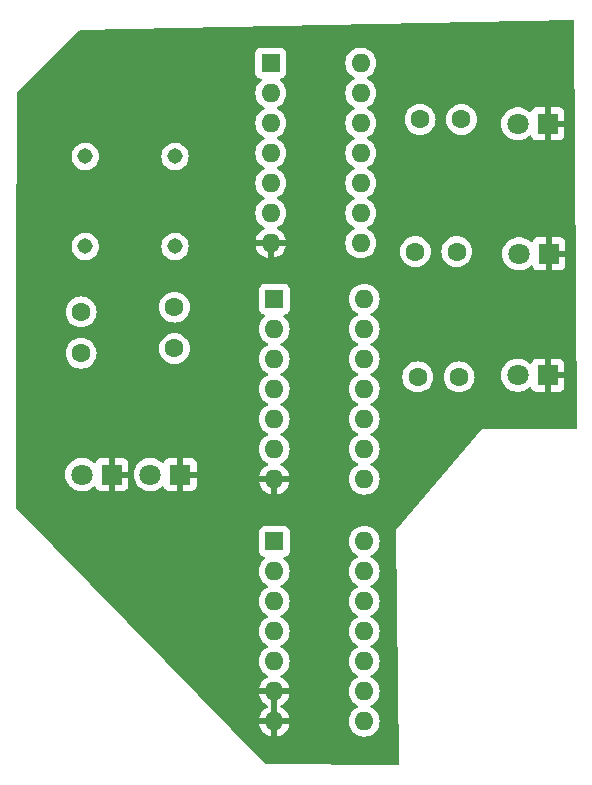
<source format=gbl>
%TF.GenerationSoftware,KiCad,Pcbnew,7.0.10*%
%TF.CreationDate,2024-01-30T14:45:37-06:00*%
%TF.ProjectId,logic_gates,6c6f6769-635f-4676-9174-65732e6b6963,rev?*%
%TF.SameCoordinates,Original*%
%TF.FileFunction,Copper,L2,Bot*%
%TF.FilePolarity,Positive*%
%FSLAX46Y46*%
G04 Gerber Fmt 4.6, Leading zero omitted, Abs format (unit mm)*
G04 Created by KiCad (PCBNEW 7.0.10) date 2024-01-30 14:45:37*
%MOMM*%
%LPD*%
G01*
G04 APERTURE LIST*
%TA.AperFunction,ComponentPad*%
%ADD10C,1.600000*%
%TD*%
%TA.AperFunction,ComponentPad*%
%ADD11O,1.600000X1.600000*%
%TD*%
%TA.AperFunction,ComponentPad*%
%ADD12R,1.600000X1.600000*%
%TD*%
%TA.AperFunction,ComponentPad*%
%ADD13C,1.800000*%
%TD*%
%TA.AperFunction,ComponentPad*%
%ADD14R,1.800000X1.800000*%
%TD*%
%TA.AperFunction,ComponentPad*%
%ADD15C,1.308000*%
%TD*%
%TA.AperFunction,ViaPad*%
%ADD16C,0.800000*%
%TD*%
%TA.AperFunction,Conductor*%
%ADD17C,0.250000*%
%TD*%
G04 APERTURE END LIST*
D10*
%TO.P,R4,2*%
%TO.N,Net-(D4-A)*%
X151950000Y-82850000D03*
%TO.P,R4,1*%
%TO.N,Net-(R4-Pad1)*%
X148450000Y-82850000D03*
%TD*%
D11*
%TO.P,U3,14,VDD*%
%TO.N,+5V*%
X144120000Y-107375000D03*
%TO.P,U3,13*%
%TO.N,N/C*%
X144120000Y-109915000D03*
%TO.P,U3,12*%
X144120000Y-112455000D03*
%TO.P,U3,11*%
X144120000Y-114995000D03*
%TO.P,U3,10*%
X144120000Y-117535000D03*
%TO.P,U3,9*%
X144120000Y-120075000D03*
%TO.P,U3,8*%
X144120000Y-122615000D03*
%TO.P,U3,7,VSS*%
%TO.N,GND*%
X136500000Y-122615000D03*
%TO.P,U3,6*%
X136500000Y-120075000D03*
%TO.P,U3,5*%
%TO.N,Net-(U3-Pad3)*%
X136500000Y-117535000D03*
%TO.P,U3,4*%
%TO.N,Net-(R6-Pad1)*%
X136500000Y-114995000D03*
%TO.P,U3,3*%
%TO.N,Net-(U3-Pad3)*%
X136500000Y-112455000D03*
%TO.P,U3,2*%
%TO.N,Net-(R3-Pad1)*%
X136500000Y-109915000D03*
D12*
%TO.P,U3,1*%
%TO.N,Net-(R1-Pad1)*%
X136500000Y-107375000D03*
%TD*%
D13*
%TO.P,D3,2,A*%
%TO.N,Net-(D3-A)*%
X157110000Y-72025000D03*
D14*
%TO.P,D3,1,K*%
%TO.N,GND*%
X159650000Y-72025000D03*
%TD*%
D12*
%TO.P,U2,1*%
%TO.N,Net-(R1-Pad1)*%
X136500000Y-86875000D03*
D11*
%TO.P,U2,2*%
%TO.N,Net-(R3-Pad1)*%
X136500000Y-89415000D03*
%TO.P,U2,3*%
%TO.N,Net-(R4-Pad1)*%
X136500000Y-91955000D03*
%TO.P,U2,4*%
%TO.N,N/C*%
X136500000Y-94495000D03*
%TO.P,U2,5*%
X136500000Y-97035000D03*
%TO.P,U2,6*%
X136500000Y-99575000D03*
%TO.P,U2,7,VSS*%
%TO.N,GND*%
X136500000Y-102115000D03*
%TO.P,U2,8*%
%TO.N,N/C*%
X144120000Y-102115000D03*
%TO.P,U2,9*%
X144120000Y-99575000D03*
%TO.P,U2,10*%
X144120000Y-97035000D03*
%TO.P,U2,11*%
X144120000Y-94495000D03*
%TO.P,U2,12*%
X144120000Y-91955000D03*
%TO.P,U2,13*%
X144120000Y-89415000D03*
%TO.P,U2,14,VDD*%
%TO.N,+5V*%
X144120000Y-86875000D03*
%TD*%
D10*
%TO.P,R3,2*%
%TO.N,Net-(D2-A)*%
X128050000Y-91050000D03*
%TO.P,R3,1*%
%TO.N,Net-(R3-Pad1)*%
X128050000Y-87550000D03*
%TD*%
%TO.P,R1,2*%
%TO.N,Net-(D1-A)*%
X120150000Y-91450000D03*
%TO.P,R1,1*%
%TO.N,Net-(R1-Pad1)*%
X120150000Y-87950000D03*
%TD*%
%TO.P,R6,1*%
%TO.N,Net-(R6-Pad1)*%
X148650000Y-93450000D03*
%TO.P,R6,2*%
%TO.N,Net-(D6-A)*%
X152150000Y-93450000D03*
%TD*%
D14*
%TO.P,D6,1,K*%
%TO.N,GND*%
X159650000Y-93325000D03*
D13*
%TO.P,D6,2,A*%
%TO.N,Net-(D6-A)*%
X157110000Y-93325000D03*
%TD*%
D14*
%TO.P,D4,1,K*%
%TO.N,GND*%
X159750000Y-83025000D03*
D13*
%TO.P,D4,2,A*%
%TO.N,Net-(D4-A)*%
X157210000Y-83025000D03*
%TD*%
D11*
%TO.P,U1,14,VDD*%
%TO.N,+5V*%
X143820000Y-66875000D03*
%TO.P,U1,13*%
%TO.N,N/C*%
X143820000Y-69415000D03*
%TO.P,U1,12*%
X143820000Y-71955000D03*
%TO.P,U1,11*%
X143820000Y-74495000D03*
%TO.P,U1,10*%
X143820000Y-77035000D03*
%TO.P,U1,9*%
%TO.N,Net-(R2-Pad1)*%
X143820000Y-79575000D03*
%TO.P,U1,8*%
%TO.N,+5V*%
X143820000Y-82115000D03*
%TO.P,U1,7,VSS*%
%TO.N,GND*%
X136200000Y-82115000D03*
%TO.P,U1,6*%
%TO.N,N/C*%
X136200000Y-79575000D03*
%TO.P,U1,5*%
X136200000Y-77035000D03*
%TO.P,U1,4*%
X136200000Y-74495000D03*
%TO.P,U1,3*%
X136200000Y-71955000D03*
%TO.P,U1,2*%
%TO.N,Net-(R3-Pad1)*%
X136200000Y-69415000D03*
D12*
%TO.P,U1,1*%
%TO.N,Net-(R1-Pad1)*%
X136200000Y-66875000D03*
%TD*%
D15*
%TO.P,S1,A1*%
%TO.N,+5V*%
X120500000Y-74790000D03*
%TO.P,S1,1*%
%TO.N,Net-(R1-Pad1)*%
X120500000Y-82410000D03*
%TD*%
D13*
%TO.P,D2,2,A*%
%TO.N,Net-(D2-A)*%
X126010000Y-101725000D03*
D14*
%TO.P,D2,1,K*%
%TO.N,GND*%
X128550000Y-101725000D03*
%TD*%
D10*
%TO.P,R2,1*%
%TO.N,Net-(R2-Pad1)*%
X148850000Y-71650000D03*
%TO.P,R2,2*%
%TO.N,Net-(D3-A)*%
X152350000Y-71650000D03*
%TD*%
D13*
%TO.P,D1,2,A*%
%TO.N,Net-(D1-A)*%
X120210000Y-101725000D03*
D14*
%TO.P,D1,1,K*%
%TO.N,GND*%
X122750000Y-101725000D03*
%TD*%
D15*
%TO.P,S2,1*%
%TO.N,Net-(R3-Pad1)*%
X128100000Y-82410000D03*
%TO.P,S2,A1*%
%TO.N,+5V*%
X128100000Y-74790000D03*
%TD*%
D16*
%TO.N,GND*%
X133000000Y-69800000D03*
%TD*%
D17*
%TO.N,Net-(R1-Pad1)*%
X136500000Y-86875000D02*
X136500000Y-87000000D01*
X136500000Y-87000000D02*
X136600000Y-87100000D01*
%TD*%
%TA.AperFunction,Conductor*%
%TO.N,GND*%
G36*
X136750000Y-122299314D02*
G01*
X136738045Y-122287359D01*
X136625148Y-122229835D01*
X136531481Y-122215000D01*
X136468519Y-122215000D01*
X136374852Y-122229835D01*
X136261955Y-122287359D01*
X136250000Y-122299314D01*
X136250000Y-120390686D01*
X136261955Y-120402641D01*
X136374852Y-120460165D01*
X136468519Y-120475000D01*
X136531481Y-120475000D01*
X136625148Y-120460165D01*
X136738045Y-120402641D01*
X136750000Y-120390686D01*
X136750000Y-122299314D01*
G37*
%TD.AperFunction*%
%TA.AperFunction,Conductor*%
G36*
X161841512Y-63220945D02*
G01*
X161888390Y-63272754D01*
X161900726Y-63325961D01*
X162099281Y-97775285D01*
X162079983Y-97842437D01*
X162027444Y-97888496D01*
X161975283Y-97900000D01*
X154100000Y-97900000D01*
X146800000Y-106400000D01*
X147098085Y-126173022D01*
X147079413Y-126240350D01*
X147027305Y-126286896D01*
X146973011Y-126298886D01*
X135751742Y-126200453D01*
X135684878Y-126180181D01*
X135663928Y-126162902D01*
X127274586Y-117535001D01*
X135194532Y-117535001D01*
X135214364Y-117761686D01*
X135214366Y-117761697D01*
X135273258Y-117981488D01*
X135273261Y-117981497D01*
X135369431Y-118187732D01*
X135369432Y-118187734D01*
X135499954Y-118374141D01*
X135660858Y-118535045D01*
X135660861Y-118535047D01*
X135847266Y-118665568D01*
X135905865Y-118692893D01*
X135958305Y-118739065D01*
X135977457Y-118806258D01*
X135957242Y-118873139D01*
X135905867Y-118917657D01*
X135847515Y-118944867D01*
X135661179Y-119075342D01*
X135500342Y-119236179D01*
X135369865Y-119422517D01*
X135273734Y-119628673D01*
X135273730Y-119628682D01*
X135221127Y-119824999D01*
X135221128Y-119825000D01*
X136184314Y-119825000D01*
X136172359Y-119836955D01*
X136114835Y-119949852D01*
X136095014Y-120075000D01*
X136114835Y-120200148D01*
X136172359Y-120313045D01*
X136184314Y-120325000D01*
X135221128Y-120325000D01*
X135273730Y-120521317D01*
X135273734Y-120521326D01*
X135369865Y-120727482D01*
X135500342Y-120913820D01*
X135661179Y-121074657D01*
X135847517Y-121205134D01*
X135906457Y-121232618D01*
X135958896Y-121278790D01*
X135978048Y-121345984D01*
X135957832Y-121412865D01*
X135906457Y-121457382D01*
X135847517Y-121484865D01*
X135661179Y-121615342D01*
X135500342Y-121776179D01*
X135369865Y-121962517D01*
X135273734Y-122168673D01*
X135273730Y-122168682D01*
X135221127Y-122364999D01*
X135221128Y-122365000D01*
X136184314Y-122365000D01*
X136172359Y-122376955D01*
X136114835Y-122489852D01*
X136095014Y-122615000D01*
X136114835Y-122740148D01*
X136172359Y-122853045D01*
X136184314Y-122865000D01*
X135221128Y-122865000D01*
X135273730Y-123061317D01*
X135273734Y-123061326D01*
X135369865Y-123267482D01*
X135500342Y-123453820D01*
X135661179Y-123614657D01*
X135847517Y-123745134D01*
X136053673Y-123841265D01*
X136053682Y-123841269D01*
X136249999Y-123893872D01*
X136250000Y-123893871D01*
X136250000Y-122930686D01*
X136261955Y-122942641D01*
X136374852Y-123000165D01*
X136468519Y-123015000D01*
X136531481Y-123015000D01*
X136625148Y-123000165D01*
X136738045Y-122942641D01*
X136750000Y-122930686D01*
X136750000Y-123893872D01*
X136946317Y-123841269D01*
X136946326Y-123841265D01*
X137152482Y-123745134D01*
X137338820Y-123614657D01*
X137499657Y-123453820D01*
X137630134Y-123267482D01*
X137726265Y-123061326D01*
X137726269Y-123061317D01*
X137778872Y-122865000D01*
X136815686Y-122865000D01*
X136827641Y-122853045D01*
X136885165Y-122740148D01*
X136904986Y-122615001D01*
X142814532Y-122615001D01*
X142834364Y-122841686D01*
X142834366Y-122841697D01*
X142893258Y-123061488D01*
X142893261Y-123061497D01*
X142989431Y-123267732D01*
X142989432Y-123267734D01*
X143119954Y-123454141D01*
X143280858Y-123615045D01*
X143280861Y-123615047D01*
X143467266Y-123745568D01*
X143673504Y-123841739D01*
X143893308Y-123900635D01*
X144055230Y-123914801D01*
X144119998Y-123920468D01*
X144120000Y-123920468D01*
X144120002Y-123920468D01*
X144176673Y-123915509D01*
X144346692Y-123900635D01*
X144566496Y-123841739D01*
X144772734Y-123745568D01*
X144959139Y-123615047D01*
X145120047Y-123454139D01*
X145250568Y-123267734D01*
X145346739Y-123061496D01*
X145405635Y-122841692D01*
X145425468Y-122615000D01*
X145405635Y-122388308D01*
X145346739Y-122168504D01*
X145250568Y-121962266D01*
X145120047Y-121775861D01*
X145120045Y-121775858D01*
X144959141Y-121614954D01*
X144772734Y-121484432D01*
X144772728Y-121484429D01*
X144714725Y-121457382D01*
X144662285Y-121411210D01*
X144643133Y-121344017D01*
X144663348Y-121277135D01*
X144714725Y-121232618D01*
X144772734Y-121205568D01*
X144959139Y-121075047D01*
X145120047Y-120914139D01*
X145250568Y-120727734D01*
X145346739Y-120521496D01*
X145405635Y-120301692D01*
X145425468Y-120075000D01*
X145405635Y-119848308D01*
X145346739Y-119628504D01*
X145250568Y-119422266D01*
X145120047Y-119235861D01*
X145120045Y-119235858D01*
X144959141Y-119074954D01*
X144772734Y-118944432D01*
X144772728Y-118944429D01*
X144714725Y-118917382D01*
X144662285Y-118871210D01*
X144643133Y-118804017D01*
X144663348Y-118737135D01*
X144714725Y-118692618D01*
X144772734Y-118665568D01*
X144959139Y-118535047D01*
X145120047Y-118374139D01*
X145250568Y-118187734D01*
X145346739Y-117981496D01*
X145405635Y-117761692D01*
X145425468Y-117535000D01*
X145405635Y-117308308D01*
X145346739Y-117088504D01*
X145250568Y-116882266D01*
X145120047Y-116695861D01*
X145120045Y-116695858D01*
X144959141Y-116534954D01*
X144772734Y-116404432D01*
X144772728Y-116404429D01*
X144714725Y-116377382D01*
X144662285Y-116331210D01*
X144643133Y-116264017D01*
X144663348Y-116197135D01*
X144714725Y-116152618D01*
X144772734Y-116125568D01*
X144959139Y-115995047D01*
X145120047Y-115834139D01*
X145250568Y-115647734D01*
X145346739Y-115441496D01*
X145405635Y-115221692D01*
X145425468Y-114995000D01*
X145405635Y-114768308D01*
X145346739Y-114548504D01*
X145250568Y-114342266D01*
X145120047Y-114155861D01*
X145120045Y-114155858D01*
X144959141Y-113994954D01*
X144772734Y-113864432D01*
X144772728Y-113864429D01*
X144714725Y-113837382D01*
X144662285Y-113791210D01*
X144643133Y-113724017D01*
X144663348Y-113657135D01*
X144714725Y-113612618D01*
X144772734Y-113585568D01*
X144959139Y-113455047D01*
X145120047Y-113294139D01*
X145250568Y-113107734D01*
X145346739Y-112901496D01*
X145405635Y-112681692D01*
X145425468Y-112455000D01*
X145405635Y-112228308D01*
X145346739Y-112008504D01*
X145250568Y-111802266D01*
X145120047Y-111615861D01*
X145120045Y-111615858D01*
X144959141Y-111454954D01*
X144772734Y-111324432D01*
X144772728Y-111324429D01*
X144714725Y-111297382D01*
X144662285Y-111251210D01*
X144643133Y-111184017D01*
X144663348Y-111117135D01*
X144714725Y-111072618D01*
X144772734Y-111045568D01*
X144959139Y-110915047D01*
X145120047Y-110754139D01*
X145250568Y-110567734D01*
X145346739Y-110361496D01*
X145405635Y-110141692D01*
X145425468Y-109915000D01*
X145405635Y-109688308D01*
X145346739Y-109468504D01*
X145250568Y-109262266D01*
X145120047Y-109075861D01*
X145120045Y-109075858D01*
X144959141Y-108914954D01*
X144772734Y-108784432D01*
X144772728Y-108784429D01*
X144714725Y-108757382D01*
X144662285Y-108711210D01*
X144643133Y-108644017D01*
X144663348Y-108577135D01*
X144714725Y-108532618D01*
X144772734Y-108505568D01*
X144959139Y-108375047D01*
X145120047Y-108214139D01*
X145250568Y-108027734D01*
X145346739Y-107821496D01*
X145405635Y-107601692D01*
X145425468Y-107375000D01*
X145405635Y-107148308D01*
X145346739Y-106928504D01*
X145250568Y-106722266D01*
X145120047Y-106535861D01*
X145120045Y-106535858D01*
X144959141Y-106374954D01*
X144772734Y-106244432D01*
X144772732Y-106244431D01*
X144566497Y-106148261D01*
X144566488Y-106148258D01*
X144346697Y-106089366D01*
X144346693Y-106089365D01*
X144346692Y-106089365D01*
X144346691Y-106089364D01*
X144346686Y-106089364D01*
X144120002Y-106069532D01*
X144119998Y-106069532D01*
X143893313Y-106089364D01*
X143893302Y-106089366D01*
X143673511Y-106148258D01*
X143673502Y-106148261D01*
X143467267Y-106244431D01*
X143467265Y-106244432D01*
X143280858Y-106374954D01*
X143119954Y-106535858D01*
X142989432Y-106722265D01*
X142989431Y-106722267D01*
X142893261Y-106928502D01*
X142893258Y-106928511D01*
X142834366Y-107148302D01*
X142834364Y-107148313D01*
X142814532Y-107374998D01*
X142814532Y-107375001D01*
X142834364Y-107601686D01*
X142834366Y-107601697D01*
X142893258Y-107821488D01*
X142893261Y-107821497D01*
X142989431Y-108027732D01*
X142989432Y-108027734D01*
X143119954Y-108214141D01*
X143280858Y-108375045D01*
X143280861Y-108375047D01*
X143467266Y-108505568D01*
X143525275Y-108532618D01*
X143577714Y-108578791D01*
X143596866Y-108645984D01*
X143576650Y-108712865D01*
X143525275Y-108757382D01*
X143467267Y-108784431D01*
X143467265Y-108784432D01*
X143280858Y-108914954D01*
X143119954Y-109075858D01*
X142989432Y-109262265D01*
X142989431Y-109262267D01*
X142893261Y-109468502D01*
X142893258Y-109468511D01*
X142834366Y-109688302D01*
X142834364Y-109688313D01*
X142814532Y-109914998D01*
X142814532Y-109915001D01*
X142834364Y-110141686D01*
X142834366Y-110141697D01*
X142893258Y-110361488D01*
X142893261Y-110361497D01*
X142989431Y-110567732D01*
X142989432Y-110567734D01*
X143119954Y-110754141D01*
X143280858Y-110915045D01*
X143280861Y-110915047D01*
X143467266Y-111045568D01*
X143525275Y-111072618D01*
X143577714Y-111118791D01*
X143596866Y-111185984D01*
X143576650Y-111252865D01*
X143525275Y-111297382D01*
X143467267Y-111324431D01*
X143467265Y-111324432D01*
X143280858Y-111454954D01*
X143119954Y-111615858D01*
X142989432Y-111802265D01*
X142989431Y-111802267D01*
X142893261Y-112008502D01*
X142893258Y-112008511D01*
X142834366Y-112228302D01*
X142834364Y-112228313D01*
X142814532Y-112454998D01*
X142814532Y-112455001D01*
X142834364Y-112681686D01*
X142834366Y-112681697D01*
X142893258Y-112901488D01*
X142893261Y-112901497D01*
X142989431Y-113107732D01*
X142989432Y-113107734D01*
X143119954Y-113294141D01*
X143280858Y-113455045D01*
X143280861Y-113455047D01*
X143467266Y-113585568D01*
X143525275Y-113612618D01*
X143577714Y-113658791D01*
X143596866Y-113725984D01*
X143576650Y-113792865D01*
X143525275Y-113837382D01*
X143467267Y-113864431D01*
X143467265Y-113864432D01*
X143280858Y-113994954D01*
X143119954Y-114155858D01*
X142989432Y-114342265D01*
X142989431Y-114342267D01*
X142893261Y-114548502D01*
X142893258Y-114548511D01*
X142834366Y-114768302D01*
X142834364Y-114768313D01*
X142814532Y-114994998D01*
X142814532Y-114995001D01*
X142834364Y-115221686D01*
X142834366Y-115221697D01*
X142893258Y-115441488D01*
X142893261Y-115441497D01*
X142989431Y-115647732D01*
X142989432Y-115647734D01*
X143119954Y-115834141D01*
X143280858Y-115995045D01*
X143280861Y-115995047D01*
X143467266Y-116125568D01*
X143525275Y-116152618D01*
X143577714Y-116198791D01*
X143596866Y-116265984D01*
X143576650Y-116332865D01*
X143525275Y-116377382D01*
X143467267Y-116404431D01*
X143467265Y-116404432D01*
X143280858Y-116534954D01*
X143119954Y-116695858D01*
X142989432Y-116882265D01*
X142989431Y-116882267D01*
X142893261Y-117088502D01*
X142893258Y-117088511D01*
X142834366Y-117308302D01*
X142834364Y-117308313D01*
X142814532Y-117534998D01*
X142814532Y-117535001D01*
X142834364Y-117761686D01*
X142834366Y-117761697D01*
X142893258Y-117981488D01*
X142893261Y-117981497D01*
X142989431Y-118187732D01*
X142989432Y-118187734D01*
X143119954Y-118374141D01*
X143280858Y-118535045D01*
X143280861Y-118535047D01*
X143467266Y-118665568D01*
X143525275Y-118692618D01*
X143577714Y-118738791D01*
X143596866Y-118805984D01*
X143576650Y-118872865D01*
X143525275Y-118917382D01*
X143467267Y-118944431D01*
X143467265Y-118944432D01*
X143280858Y-119074954D01*
X143119954Y-119235858D01*
X142989432Y-119422265D01*
X142989431Y-119422267D01*
X142893261Y-119628502D01*
X142893258Y-119628511D01*
X142834366Y-119848302D01*
X142834364Y-119848313D01*
X142814532Y-120074998D01*
X142814532Y-120075001D01*
X142834364Y-120301686D01*
X142834366Y-120301697D01*
X142893258Y-120521488D01*
X142893261Y-120521497D01*
X142989431Y-120727732D01*
X142989432Y-120727734D01*
X143119954Y-120914141D01*
X143280858Y-121075045D01*
X143280861Y-121075047D01*
X143467266Y-121205568D01*
X143525275Y-121232618D01*
X143577714Y-121278791D01*
X143596866Y-121345984D01*
X143576650Y-121412865D01*
X143525275Y-121457382D01*
X143467267Y-121484431D01*
X143467265Y-121484432D01*
X143280858Y-121614954D01*
X143119954Y-121775858D01*
X142989432Y-121962265D01*
X142989431Y-121962267D01*
X142893261Y-122168502D01*
X142893258Y-122168511D01*
X142834366Y-122388302D01*
X142834364Y-122388313D01*
X142814532Y-122614998D01*
X142814532Y-122615001D01*
X136904986Y-122615001D01*
X136904986Y-122615000D01*
X136885165Y-122489852D01*
X136827641Y-122376955D01*
X136815686Y-122365000D01*
X137778872Y-122365000D01*
X137778872Y-122364999D01*
X137726269Y-122168682D01*
X137726265Y-122168673D01*
X137630134Y-121962517D01*
X137499657Y-121776179D01*
X137338820Y-121615342D01*
X137152481Y-121484865D01*
X137152479Y-121484864D01*
X137093543Y-121457382D01*
X137041103Y-121411210D01*
X137021951Y-121344017D01*
X137042166Y-121277136D01*
X137093543Y-121232618D01*
X137152479Y-121205135D01*
X137152481Y-121205134D01*
X137338820Y-121074657D01*
X137499657Y-120913820D01*
X137630134Y-120727482D01*
X137726265Y-120521326D01*
X137726269Y-120521317D01*
X137778872Y-120325000D01*
X136815686Y-120325000D01*
X136827641Y-120313045D01*
X136885165Y-120200148D01*
X136904986Y-120075000D01*
X136885165Y-119949852D01*
X136827641Y-119836955D01*
X136815686Y-119825000D01*
X137778872Y-119825000D01*
X137778872Y-119824999D01*
X137726269Y-119628682D01*
X137726265Y-119628673D01*
X137630134Y-119422517D01*
X137499657Y-119236179D01*
X137338820Y-119075342D01*
X137152482Y-118944865D01*
X137094133Y-118917657D01*
X137041694Y-118871484D01*
X137022542Y-118804291D01*
X137042758Y-118737410D01*
X137094129Y-118692895D01*
X137152734Y-118665568D01*
X137339139Y-118535047D01*
X137500047Y-118374139D01*
X137630568Y-118187734D01*
X137726739Y-117981496D01*
X137785635Y-117761692D01*
X137805468Y-117535000D01*
X137785635Y-117308308D01*
X137726739Y-117088504D01*
X137630568Y-116882266D01*
X137500047Y-116695861D01*
X137500045Y-116695858D01*
X137339141Y-116534954D01*
X137152734Y-116404432D01*
X137152728Y-116404429D01*
X137094725Y-116377382D01*
X137042285Y-116331210D01*
X137023133Y-116264017D01*
X137043348Y-116197135D01*
X137094725Y-116152618D01*
X137152734Y-116125568D01*
X137339139Y-115995047D01*
X137500047Y-115834139D01*
X137630568Y-115647734D01*
X137726739Y-115441496D01*
X137785635Y-115221692D01*
X137805468Y-114995000D01*
X137785635Y-114768308D01*
X137726739Y-114548504D01*
X137630568Y-114342266D01*
X137500047Y-114155861D01*
X137500045Y-114155858D01*
X137339141Y-113994954D01*
X137152734Y-113864432D01*
X137152728Y-113864429D01*
X137094725Y-113837382D01*
X137042285Y-113791210D01*
X137023133Y-113724017D01*
X137043348Y-113657135D01*
X137094725Y-113612618D01*
X137152734Y-113585568D01*
X137339139Y-113455047D01*
X137500047Y-113294139D01*
X137630568Y-113107734D01*
X137726739Y-112901496D01*
X137785635Y-112681692D01*
X137805468Y-112455000D01*
X137785635Y-112228308D01*
X137726739Y-112008504D01*
X137630568Y-111802266D01*
X137500047Y-111615861D01*
X137500045Y-111615858D01*
X137339141Y-111454954D01*
X137152734Y-111324432D01*
X137152728Y-111324429D01*
X137094725Y-111297382D01*
X137042285Y-111251210D01*
X137023133Y-111184017D01*
X137043348Y-111117135D01*
X137094725Y-111072618D01*
X137152734Y-111045568D01*
X137339139Y-110915047D01*
X137500047Y-110754139D01*
X137630568Y-110567734D01*
X137726739Y-110361496D01*
X137785635Y-110141692D01*
X137805468Y-109915000D01*
X137785635Y-109688308D01*
X137726739Y-109468504D01*
X137630568Y-109262266D01*
X137500047Y-109075861D01*
X137500045Y-109075858D01*
X137339143Y-108914956D01*
X137314536Y-108897726D01*
X137270912Y-108843149D01*
X137263719Y-108773650D01*
X137295241Y-108711296D01*
X137355471Y-108675882D01*
X137372404Y-108672861D01*
X137407483Y-108669091D01*
X137542331Y-108618796D01*
X137657546Y-108532546D01*
X137743796Y-108417331D01*
X137794091Y-108282483D01*
X137800500Y-108222873D01*
X137800499Y-106527128D01*
X137794091Y-106467517D01*
X137759567Y-106374954D01*
X137743797Y-106332671D01*
X137743793Y-106332664D01*
X137657547Y-106217455D01*
X137657544Y-106217452D01*
X137542335Y-106131206D01*
X137542328Y-106131202D01*
X137407482Y-106080908D01*
X137407483Y-106080908D01*
X137347883Y-106074501D01*
X137347881Y-106074500D01*
X137347873Y-106074500D01*
X137347864Y-106074500D01*
X135652129Y-106074500D01*
X135652123Y-106074501D01*
X135592516Y-106080908D01*
X135457671Y-106131202D01*
X135457664Y-106131206D01*
X135342455Y-106217452D01*
X135342452Y-106217455D01*
X135256206Y-106332664D01*
X135256202Y-106332671D01*
X135205908Y-106467517D01*
X135199501Y-106527116D01*
X135199501Y-106527123D01*
X135199500Y-106527135D01*
X135199500Y-108222870D01*
X135199501Y-108222876D01*
X135205908Y-108282483D01*
X135256202Y-108417328D01*
X135256206Y-108417335D01*
X135342452Y-108532544D01*
X135342455Y-108532547D01*
X135457664Y-108618793D01*
X135457671Y-108618797D01*
X135502618Y-108635561D01*
X135592517Y-108669091D01*
X135627596Y-108672862D01*
X135692144Y-108699599D01*
X135731993Y-108756991D01*
X135734488Y-108826816D01*
X135698836Y-108886905D01*
X135685464Y-108897725D01*
X135660858Y-108914954D01*
X135499954Y-109075858D01*
X135369432Y-109262265D01*
X135369431Y-109262267D01*
X135273261Y-109468502D01*
X135273258Y-109468511D01*
X135214366Y-109688302D01*
X135214364Y-109688313D01*
X135194532Y-109914998D01*
X135194532Y-109915001D01*
X135214364Y-110141686D01*
X135214366Y-110141697D01*
X135273258Y-110361488D01*
X135273261Y-110361497D01*
X135369431Y-110567732D01*
X135369432Y-110567734D01*
X135499954Y-110754141D01*
X135660858Y-110915045D01*
X135660861Y-110915047D01*
X135847266Y-111045568D01*
X135905275Y-111072618D01*
X135957714Y-111118791D01*
X135976866Y-111185984D01*
X135956650Y-111252865D01*
X135905275Y-111297382D01*
X135847267Y-111324431D01*
X135847265Y-111324432D01*
X135660858Y-111454954D01*
X135499954Y-111615858D01*
X135369432Y-111802265D01*
X135369431Y-111802267D01*
X135273261Y-112008502D01*
X135273258Y-112008511D01*
X135214366Y-112228302D01*
X135214364Y-112228313D01*
X135194532Y-112454998D01*
X135194532Y-112455001D01*
X135214364Y-112681686D01*
X135214366Y-112681697D01*
X135273258Y-112901488D01*
X135273261Y-112901497D01*
X135369431Y-113107732D01*
X135369432Y-113107734D01*
X135499954Y-113294141D01*
X135660858Y-113455045D01*
X135660861Y-113455047D01*
X135847266Y-113585568D01*
X135905275Y-113612618D01*
X135957714Y-113658791D01*
X135976866Y-113725984D01*
X135956650Y-113792865D01*
X135905275Y-113837382D01*
X135847267Y-113864431D01*
X135847265Y-113864432D01*
X135660858Y-113994954D01*
X135499954Y-114155858D01*
X135369432Y-114342265D01*
X135369431Y-114342267D01*
X135273261Y-114548502D01*
X135273258Y-114548511D01*
X135214366Y-114768302D01*
X135214364Y-114768313D01*
X135194532Y-114994998D01*
X135194532Y-114995001D01*
X135214364Y-115221686D01*
X135214366Y-115221697D01*
X135273258Y-115441488D01*
X135273261Y-115441497D01*
X135369431Y-115647732D01*
X135369432Y-115647734D01*
X135499954Y-115834141D01*
X135660858Y-115995045D01*
X135660861Y-115995047D01*
X135847266Y-116125568D01*
X135905275Y-116152618D01*
X135957714Y-116198791D01*
X135976866Y-116265984D01*
X135956650Y-116332865D01*
X135905275Y-116377382D01*
X135847267Y-116404431D01*
X135847265Y-116404432D01*
X135660858Y-116534954D01*
X135499954Y-116695858D01*
X135369432Y-116882265D01*
X135369431Y-116882267D01*
X135273261Y-117088502D01*
X135273258Y-117088511D01*
X135214366Y-117308302D01*
X135214364Y-117308313D01*
X135194532Y-117534998D01*
X135194532Y-117535001D01*
X127274586Y-117535001D01*
X114635241Y-104536243D01*
X114602619Y-104474456D01*
X114600144Y-104449446D01*
X114604239Y-103011938D01*
X114607905Y-101725006D01*
X118804700Y-101725006D01*
X118823864Y-101956297D01*
X118823866Y-101956308D01*
X118880842Y-102181300D01*
X118974075Y-102393848D01*
X119101016Y-102588147D01*
X119101019Y-102588151D01*
X119101021Y-102588153D01*
X119258216Y-102758913D01*
X119258219Y-102758915D01*
X119258222Y-102758918D01*
X119441365Y-102901464D01*
X119441371Y-102901468D01*
X119441374Y-102901470D01*
X119645497Y-103011936D01*
X119759487Y-103051068D01*
X119865015Y-103087297D01*
X119865017Y-103087297D01*
X119865019Y-103087298D01*
X120093951Y-103125500D01*
X120093952Y-103125500D01*
X120326048Y-103125500D01*
X120326049Y-103125500D01*
X120554981Y-103087298D01*
X120774503Y-103011936D01*
X120978626Y-102901470D01*
X121161784Y-102758913D01*
X121170511Y-102749432D01*
X121230394Y-102713441D01*
X121300232Y-102715538D01*
X121357850Y-102755060D01*
X121377924Y-102790080D01*
X121406645Y-102867086D01*
X121406649Y-102867093D01*
X121492809Y-102982187D01*
X121492812Y-102982190D01*
X121607906Y-103068350D01*
X121607913Y-103068354D01*
X121742620Y-103118596D01*
X121742627Y-103118598D01*
X121802155Y-103124999D01*
X121802172Y-103125000D01*
X122500000Y-103125000D01*
X122500000Y-102099189D01*
X122552547Y-102135016D01*
X122682173Y-102175000D01*
X122783724Y-102175000D01*
X122884138Y-102159865D01*
X123000000Y-102104068D01*
X123000000Y-103125000D01*
X123697828Y-103125000D01*
X123697844Y-103124999D01*
X123757372Y-103118598D01*
X123757379Y-103118596D01*
X123892086Y-103068354D01*
X123892093Y-103068350D01*
X124007187Y-102982190D01*
X124007190Y-102982187D01*
X124093350Y-102867093D01*
X124093354Y-102867086D01*
X124143596Y-102732379D01*
X124143598Y-102732372D01*
X124149999Y-102672844D01*
X124150000Y-102672827D01*
X124150000Y-101975000D01*
X123125278Y-101975000D01*
X123173625Y-101891260D01*
X123203810Y-101759008D01*
X123201262Y-101725006D01*
X124604700Y-101725006D01*
X124623864Y-101956297D01*
X124623866Y-101956308D01*
X124680842Y-102181300D01*
X124774075Y-102393848D01*
X124901016Y-102588147D01*
X124901019Y-102588151D01*
X124901021Y-102588153D01*
X125058216Y-102758913D01*
X125058219Y-102758915D01*
X125058222Y-102758918D01*
X125241365Y-102901464D01*
X125241371Y-102901468D01*
X125241374Y-102901470D01*
X125445497Y-103011936D01*
X125559487Y-103051068D01*
X125665015Y-103087297D01*
X125665017Y-103087297D01*
X125665019Y-103087298D01*
X125893951Y-103125500D01*
X125893952Y-103125500D01*
X126126048Y-103125500D01*
X126126049Y-103125500D01*
X126354981Y-103087298D01*
X126574503Y-103011936D01*
X126778626Y-102901470D01*
X126961784Y-102758913D01*
X126970511Y-102749432D01*
X127030394Y-102713441D01*
X127100232Y-102715538D01*
X127157850Y-102755060D01*
X127177924Y-102790080D01*
X127206645Y-102867086D01*
X127206649Y-102867093D01*
X127292809Y-102982187D01*
X127292812Y-102982190D01*
X127407906Y-103068350D01*
X127407913Y-103068354D01*
X127542620Y-103118596D01*
X127542627Y-103118598D01*
X127602155Y-103124999D01*
X127602172Y-103125000D01*
X128300000Y-103125000D01*
X128300000Y-102099189D01*
X128352547Y-102135016D01*
X128482173Y-102175000D01*
X128583724Y-102175000D01*
X128684138Y-102159865D01*
X128800000Y-102104068D01*
X128800000Y-103125000D01*
X129497828Y-103125000D01*
X129497844Y-103124999D01*
X129557372Y-103118598D01*
X129557379Y-103118596D01*
X129692086Y-103068354D01*
X129692093Y-103068350D01*
X129807187Y-102982190D01*
X129807190Y-102982187D01*
X129893350Y-102867093D01*
X129893354Y-102867086D01*
X129943596Y-102732379D01*
X129943598Y-102732372D01*
X129949999Y-102672844D01*
X129950000Y-102672827D01*
X129950000Y-101975000D01*
X128925278Y-101975000D01*
X128973625Y-101891260D01*
X129003810Y-101759008D01*
X128993673Y-101623735D01*
X128944113Y-101497459D01*
X128926203Y-101475000D01*
X129950000Y-101475000D01*
X129950000Y-100777172D01*
X129949999Y-100777155D01*
X129943598Y-100717627D01*
X129943596Y-100717620D01*
X129893354Y-100582913D01*
X129893350Y-100582906D01*
X129807190Y-100467812D01*
X129807187Y-100467809D01*
X129692093Y-100381649D01*
X129692086Y-100381645D01*
X129557379Y-100331403D01*
X129557372Y-100331401D01*
X129497844Y-100325000D01*
X128800000Y-100325000D01*
X128800000Y-101350810D01*
X128747453Y-101314984D01*
X128617827Y-101275000D01*
X128516276Y-101275000D01*
X128415862Y-101290135D01*
X128300000Y-101345931D01*
X128300000Y-100325000D01*
X127602155Y-100325000D01*
X127542627Y-100331401D01*
X127542620Y-100331403D01*
X127407913Y-100381645D01*
X127407906Y-100381649D01*
X127292812Y-100467809D01*
X127292809Y-100467812D01*
X127206649Y-100582906D01*
X127206646Y-100582911D01*
X127177924Y-100659920D01*
X127136052Y-100715853D01*
X127070588Y-100740270D01*
X127002315Y-100725418D01*
X126970514Y-100700571D01*
X126961784Y-100691087D01*
X126961779Y-100691083D01*
X126961777Y-100691081D01*
X126778634Y-100548535D01*
X126778628Y-100548531D01*
X126574504Y-100438064D01*
X126574495Y-100438061D01*
X126354984Y-100362702D01*
X126167404Y-100331401D01*
X126126049Y-100324500D01*
X125893951Y-100324500D01*
X125852596Y-100331401D01*
X125665015Y-100362702D01*
X125445504Y-100438061D01*
X125445495Y-100438064D01*
X125241371Y-100548531D01*
X125241365Y-100548535D01*
X125058222Y-100691081D01*
X125058219Y-100691084D01*
X125058216Y-100691086D01*
X125058216Y-100691087D01*
X125033791Y-100717620D01*
X124901016Y-100861852D01*
X124774075Y-101056151D01*
X124680842Y-101268699D01*
X124623866Y-101493691D01*
X124623864Y-101493702D01*
X124604700Y-101724993D01*
X124604700Y-101725006D01*
X123201262Y-101725006D01*
X123193673Y-101623735D01*
X123144113Y-101497459D01*
X123126203Y-101475000D01*
X124150000Y-101475000D01*
X124150000Y-100777172D01*
X124149999Y-100777155D01*
X124143598Y-100717627D01*
X124143596Y-100717620D01*
X124093354Y-100582913D01*
X124093350Y-100582906D01*
X124007190Y-100467812D01*
X124007187Y-100467809D01*
X123892093Y-100381649D01*
X123892086Y-100381645D01*
X123757379Y-100331403D01*
X123757372Y-100331401D01*
X123697844Y-100325000D01*
X123000000Y-100325000D01*
X123000000Y-101350810D01*
X122947453Y-101314984D01*
X122817827Y-101275000D01*
X122716276Y-101275000D01*
X122615862Y-101290135D01*
X122500000Y-101345931D01*
X122500000Y-100325000D01*
X121802155Y-100325000D01*
X121742627Y-100331401D01*
X121742620Y-100331403D01*
X121607913Y-100381645D01*
X121607906Y-100381649D01*
X121492812Y-100467809D01*
X121492809Y-100467812D01*
X121406649Y-100582906D01*
X121406646Y-100582911D01*
X121377924Y-100659920D01*
X121336052Y-100715853D01*
X121270588Y-100740270D01*
X121202315Y-100725418D01*
X121170514Y-100700571D01*
X121161784Y-100691087D01*
X121161779Y-100691083D01*
X121161777Y-100691081D01*
X120978634Y-100548535D01*
X120978628Y-100548531D01*
X120774504Y-100438064D01*
X120774495Y-100438061D01*
X120554984Y-100362702D01*
X120367404Y-100331401D01*
X120326049Y-100324500D01*
X120093951Y-100324500D01*
X120052596Y-100331401D01*
X119865015Y-100362702D01*
X119645504Y-100438061D01*
X119645495Y-100438064D01*
X119441371Y-100548531D01*
X119441365Y-100548535D01*
X119258222Y-100691081D01*
X119258219Y-100691084D01*
X119258216Y-100691086D01*
X119258216Y-100691087D01*
X119233791Y-100717620D01*
X119101016Y-100861852D01*
X118974075Y-101056151D01*
X118880842Y-101268699D01*
X118823866Y-101493691D01*
X118823864Y-101493702D01*
X118804700Y-101724993D01*
X118804700Y-101725006D01*
X114607905Y-101725006D01*
X114614030Y-99575001D01*
X135194532Y-99575001D01*
X135214364Y-99801686D01*
X135214366Y-99801697D01*
X135273258Y-100021488D01*
X135273261Y-100021497D01*
X135369431Y-100227732D01*
X135369432Y-100227734D01*
X135499954Y-100414141D01*
X135660858Y-100575045D01*
X135660861Y-100575047D01*
X135847266Y-100705568D01*
X135905865Y-100732893D01*
X135958305Y-100779065D01*
X135977457Y-100846258D01*
X135957242Y-100913139D01*
X135905867Y-100957657D01*
X135847515Y-100984867D01*
X135661179Y-101115342D01*
X135500342Y-101276179D01*
X135369865Y-101462517D01*
X135273734Y-101668673D01*
X135273730Y-101668682D01*
X135221127Y-101864999D01*
X135221128Y-101865000D01*
X136184314Y-101865000D01*
X136172359Y-101876955D01*
X136114835Y-101989852D01*
X136095014Y-102115000D01*
X136114835Y-102240148D01*
X136172359Y-102353045D01*
X136184314Y-102365000D01*
X135221128Y-102365000D01*
X135273730Y-102561317D01*
X135273734Y-102561326D01*
X135369865Y-102767482D01*
X135500342Y-102953820D01*
X135661179Y-103114657D01*
X135847517Y-103245134D01*
X136053673Y-103341265D01*
X136053682Y-103341269D01*
X136249999Y-103393872D01*
X136250000Y-103393871D01*
X136250000Y-102430686D01*
X136261955Y-102442641D01*
X136374852Y-102500165D01*
X136468519Y-102515000D01*
X136531481Y-102515000D01*
X136625148Y-102500165D01*
X136738045Y-102442641D01*
X136750000Y-102430686D01*
X136750000Y-103393872D01*
X136946317Y-103341269D01*
X136946326Y-103341265D01*
X137152482Y-103245134D01*
X137338820Y-103114657D01*
X137499657Y-102953820D01*
X137630134Y-102767482D01*
X137726265Y-102561326D01*
X137726269Y-102561317D01*
X137778872Y-102365000D01*
X136815686Y-102365000D01*
X136827641Y-102353045D01*
X136885165Y-102240148D01*
X136904986Y-102115001D01*
X142814532Y-102115001D01*
X142834364Y-102341686D01*
X142834366Y-102341697D01*
X142893258Y-102561488D01*
X142893261Y-102561497D01*
X142989431Y-102767732D01*
X142989432Y-102767734D01*
X143119954Y-102954141D01*
X143280858Y-103115045D01*
X143327693Y-103147839D01*
X143467266Y-103245568D01*
X143673504Y-103341739D01*
X143893308Y-103400635D01*
X144055230Y-103414801D01*
X144119998Y-103420468D01*
X144120000Y-103420468D01*
X144120002Y-103420468D01*
X144176673Y-103415509D01*
X144346692Y-103400635D01*
X144566496Y-103341739D01*
X144772734Y-103245568D01*
X144959139Y-103115047D01*
X145120047Y-102954139D01*
X145250568Y-102767734D01*
X145346739Y-102561496D01*
X145405635Y-102341692D01*
X145425468Y-102115000D01*
X145405635Y-101888308D01*
X145346739Y-101668504D01*
X145250568Y-101462266D01*
X145120047Y-101275861D01*
X145120045Y-101275858D01*
X144959141Y-101114954D01*
X144772734Y-100984432D01*
X144772728Y-100984429D01*
X144714725Y-100957382D01*
X144662285Y-100911210D01*
X144643133Y-100844017D01*
X144663348Y-100777135D01*
X144714725Y-100732618D01*
X144772734Y-100705568D01*
X144959139Y-100575047D01*
X145120047Y-100414139D01*
X145250568Y-100227734D01*
X145346739Y-100021496D01*
X145405635Y-99801692D01*
X145425468Y-99575000D01*
X145405635Y-99348308D01*
X145346739Y-99128504D01*
X145250568Y-98922266D01*
X145120047Y-98735861D01*
X145120045Y-98735858D01*
X144959141Y-98574954D01*
X144772734Y-98444432D01*
X144772728Y-98444429D01*
X144714725Y-98417382D01*
X144662285Y-98371210D01*
X144643133Y-98304017D01*
X144663348Y-98237135D01*
X144714725Y-98192618D01*
X144772734Y-98165568D01*
X144959139Y-98035047D01*
X145120047Y-97874139D01*
X145250568Y-97687734D01*
X145346739Y-97481496D01*
X145405635Y-97261692D01*
X145425468Y-97035000D01*
X145405635Y-96808308D01*
X145346739Y-96588504D01*
X145250568Y-96382266D01*
X145120047Y-96195861D01*
X145120045Y-96195858D01*
X144959141Y-96034954D01*
X144772734Y-95904432D01*
X144772728Y-95904429D01*
X144714725Y-95877382D01*
X144662285Y-95831210D01*
X144643133Y-95764017D01*
X144663348Y-95697135D01*
X144714725Y-95652618D01*
X144772734Y-95625568D01*
X144959139Y-95495047D01*
X145120047Y-95334139D01*
X145250568Y-95147734D01*
X145346739Y-94941496D01*
X145405635Y-94721692D01*
X145424902Y-94501468D01*
X145425468Y-94495001D01*
X145425468Y-94494998D01*
X145413225Y-94355060D01*
X145405635Y-94268308D01*
X145346739Y-94048504D01*
X145250568Y-93842266D01*
X145120047Y-93655861D01*
X145120045Y-93655858D01*
X144959141Y-93494954D01*
X144894941Y-93450001D01*
X147344532Y-93450001D01*
X147364364Y-93676686D01*
X147364366Y-93676697D01*
X147423258Y-93896488D01*
X147423261Y-93896497D01*
X147519431Y-94102732D01*
X147519432Y-94102734D01*
X147649954Y-94289141D01*
X147810858Y-94450045D01*
X147810861Y-94450047D01*
X147997266Y-94580568D01*
X148203504Y-94676739D01*
X148423308Y-94735635D01*
X148585230Y-94749801D01*
X148649998Y-94755468D01*
X148650000Y-94755468D01*
X148650002Y-94755468D01*
X148706673Y-94750509D01*
X148876692Y-94735635D01*
X149096496Y-94676739D01*
X149302734Y-94580568D01*
X149489139Y-94450047D01*
X149650047Y-94289139D01*
X149780568Y-94102734D01*
X149876739Y-93896496D01*
X149935635Y-93676692D01*
X149955468Y-93450001D01*
X150844532Y-93450001D01*
X150864364Y-93676686D01*
X150864366Y-93676697D01*
X150923258Y-93896488D01*
X150923261Y-93896497D01*
X151019431Y-94102732D01*
X151019432Y-94102734D01*
X151149954Y-94289141D01*
X151310858Y-94450045D01*
X151310861Y-94450047D01*
X151497266Y-94580568D01*
X151703504Y-94676739D01*
X151923308Y-94735635D01*
X152085230Y-94749801D01*
X152149998Y-94755468D01*
X152150000Y-94755468D01*
X152150002Y-94755468D01*
X152206673Y-94750509D01*
X152376692Y-94735635D01*
X152596496Y-94676739D01*
X152802734Y-94580568D01*
X152989139Y-94450047D01*
X153150047Y-94289139D01*
X153280568Y-94102734D01*
X153376739Y-93896496D01*
X153435635Y-93676692D01*
X153455468Y-93450000D01*
X153453391Y-93426265D01*
X153447982Y-93364431D01*
X153444533Y-93325006D01*
X155704700Y-93325006D01*
X155723864Y-93556297D01*
X155723866Y-93556308D01*
X155780842Y-93781300D01*
X155874075Y-93993848D01*
X156001016Y-94188147D01*
X156001019Y-94188151D01*
X156001021Y-94188153D01*
X156158216Y-94358913D01*
X156158219Y-94358915D01*
X156158222Y-94358918D01*
X156341365Y-94501464D01*
X156341371Y-94501468D01*
X156341374Y-94501470D01*
X156545497Y-94611936D01*
X156659487Y-94651068D01*
X156765015Y-94687297D01*
X156765017Y-94687297D01*
X156765019Y-94687298D01*
X156993951Y-94725500D01*
X156993952Y-94725500D01*
X157226048Y-94725500D01*
X157226049Y-94725500D01*
X157454981Y-94687298D01*
X157674503Y-94611936D01*
X157878626Y-94501470D01*
X157886938Y-94495001D01*
X158021740Y-94390080D01*
X158061784Y-94358913D01*
X158070511Y-94349432D01*
X158130394Y-94313441D01*
X158200232Y-94315538D01*
X158257850Y-94355060D01*
X158277924Y-94390080D01*
X158306645Y-94467086D01*
X158306649Y-94467093D01*
X158392809Y-94582187D01*
X158392812Y-94582190D01*
X158507906Y-94668350D01*
X158507913Y-94668354D01*
X158642620Y-94718596D01*
X158642627Y-94718598D01*
X158702155Y-94724999D01*
X158702172Y-94725000D01*
X159400000Y-94725000D01*
X159400000Y-93699189D01*
X159452547Y-93735016D01*
X159582173Y-93775000D01*
X159683724Y-93775000D01*
X159784138Y-93759865D01*
X159900000Y-93704068D01*
X159900000Y-94725000D01*
X160597828Y-94725000D01*
X160597844Y-94724999D01*
X160657372Y-94718598D01*
X160657379Y-94718596D01*
X160792086Y-94668354D01*
X160792093Y-94668350D01*
X160907187Y-94582190D01*
X160907190Y-94582187D01*
X160993350Y-94467093D01*
X160993354Y-94467086D01*
X161043596Y-94332379D01*
X161043598Y-94332372D01*
X161049999Y-94272844D01*
X161050000Y-94272827D01*
X161050000Y-93575000D01*
X160025278Y-93575000D01*
X160073625Y-93491260D01*
X160103810Y-93359008D01*
X160093673Y-93223735D01*
X160044113Y-93097459D01*
X160026203Y-93075000D01*
X161050000Y-93075000D01*
X161050000Y-92377172D01*
X161049999Y-92377155D01*
X161043598Y-92317627D01*
X161043596Y-92317620D01*
X160993354Y-92182913D01*
X160993350Y-92182906D01*
X160907190Y-92067812D01*
X160907187Y-92067809D01*
X160792093Y-91981649D01*
X160792086Y-91981645D01*
X160657379Y-91931403D01*
X160657372Y-91931401D01*
X160597844Y-91925000D01*
X159900000Y-91925000D01*
X159900000Y-92950810D01*
X159847453Y-92914984D01*
X159717827Y-92875000D01*
X159616276Y-92875000D01*
X159515862Y-92890135D01*
X159400000Y-92945931D01*
X159400000Y-91925000D01*
X158702155Y-91925000D01*
X158642627Y-91931401D01*
X158642620Y-91931403D01*
X158507913Y-91981645D01*
X158507906Y-91981649D01*
X158392812Y-92067809D01*
X158392809Y-92067812D01*
X158306649Y-92182906D01*
X158306646Y-92182911D01*
X158277924Y-92259920D01*
X158236052Y-92315853D01*
X158170588Y-92340270D01*
X158102315Y-92325418D01*
X158070514Y-92300571D01*
X158061784Y-92291087D01*
X158061779Y-92291083D01*
X158061777Y-92291081D01*
X157878634Y-92148535D01*
X157878628Y-92148531D01*
X157674504Y-92038064D01*
X157674495Y-92038061D01*
X157454984Y-91962702D01*
X157267404Y-91931401D01*
X157226049Y-91924500D01*
X156993951Y-91924500D01*
X156952596Y-91931401D01*
X156765015Y-91962702D01*
X156545504Y-92038061D01*
X156545495Y-92038064D01*
X156341371Y-92148531D01*
X156341365Y-92148535D01*
X156158222Y-92291081D01*
X156158219Y-92291084D01*
X156158216Y-92291086D01*
X156158216Y-92291087D01*
X156133791Y-92317620D01*
X156001016Y-92461852D01*
X155874075Y-92656151D01*
X155780842Y-92868699D01*
X155723866Y-93093691D01*
X155723864Y-93093702D01*
X155704700Y-93324993D01*
X155704700Y-93325006D01*
X153444533Y-93325006D01*
X153435635Y-93223308D01*
X153376739Y-93003504D01*
X153280568Y-92797266D01*
X153150047Y-92610861D01*
X153150045Y-92610858D01*
X152989141Y-92449954D01*
X152802734Y-92319432D01*
X152802732Y-92319431D01*
X152596497Y-92223261D01*
X152596488Y-92223258D01*
X152376697Y-92164366D01*
X152376693Y-92164365D01*
X152376692Y-92164365D01*
X152376691Y-92164364D01*
X152376686Y-92164364D01*
X152150002Y-92144532D01*
X152149998Y-92144532D01*
X151923313Y-92164364D01*
X151923302Y-92164366D01*
X151703511Y-92223258D01*
X151703502Y-92223261D01*
X151497267Y-92319431D01*
X151497265Y-92319432D01*
X151310858Y-92449954D01*
X151149954Y-92610858D01*
X151019432Y-92797265D01*
X151019431Y-92797267D01*
X150923261Y-93003502D01*
X150923258Y-93003511D01*
X150864366Y-93223302D01*
X150864364Y-93223313D01*
X150844532Y-93449998D01*
X150844532Y-93450001D01*
X149955468Y-93450001D01*
X149955468Y-93450000D01*
X149953391Y-93426265D01*
X149947982Y-93364431D01*
X149935635Y-93223308D01*
X149876739Y-93003504D01*
X149780568Y-92797266D01*
X149650047Y-92610861D01*
X149650045Y-92610858D01*
X149489141Y-92449954D01*
X149302734Y-92319432D01*
X149302732Y-92319431D01*
X149096497Y-92223261D01*
X149096488Y-92223258D01*
X148876697Y-92164366D01*
X148876693Y-92164365D01*
X148876692Y-92164365D01*
X148876691Y-92164364D01*
X148876686Y-92164364D01*
X148650002Y-92144532D01*
X148649998Y-92144532D01*
X148423313Y-92164364D01*
X148423302Y-92164366D01*
X148203511Y-92223258D01*
X148203502Y-92223261D01*
X147997267Y-92319431D01*
X147997265Y-92319432D01*
X147810858Y-92449954D01*
X147649954Y-92610858D01*
X147519432Y-92797265D01*
X147519431Y-92797267D01*
X147423261Y-93003502D01*
X147423258Y-93003511D01*
X147364366Y-93223302D01*
X147364364Y-93223313D01*
X147344532Y-93449998D01*
X147344532Y-93450001D01*
X144894941Y-93450001D01*
X144772734Y-93364432D01*
X144772728Y-93364429D01*
X144714725Y-93337382D01*
X144662285Y-93291210D01*
X144643133Y-93224017D01*
X144663348Y-93157135D01*
X144714725Y-93112618D01*
X144772734Y-93085568D01*
X144959139Y-92955047D01*
X145120047Y-92794139D01*
X145250568Y-92607734D01*
X145346739Y-92401496D01*
X145405635Y-92181692D01*
X145425468Y-91955000D01*
X145405635Y-91728308D01*
X145346739Y-91508504D01*
X145250568Y-91302266D01*
X145120047Y-91115861D01*
X145120045Y-91115858D01*
X144959141Y-90954954D01*
X144772734Y-90824432D01*
X144772728Y-90824429D01*
X144714725Y-90797382D01*
X144662285Y-90751210D01*
X144643133Y-90684017D01*
X144663348Y-90617135D01*
X144714725Y-90572618D01*
X144772734Y-90545568D01*
X144959139Y-90415047D01*
X145120047Y-90254139D01*
X145250568Y-90067734D01*
X145346739Y-89861496D01*
X145405635Y-89641692D01*
X145425468Y-89415000D01*
X145405635Y-89188308D01*
X145346739Y-88968504D01*
X145250568Y-88762266D01*
X145120047Y-88575861D01*
X145120045Y-88575858D01*
X144959141Y-88414954D01*
X144772734Y-88284432D01*
X144772728Y-88284429D01*
X144714725Y-88257382D01*
X144662285Y-88211210D01*
X144643133Y-88144017D01*
X144663348Y-88077135D01*
X144714725Y-88032618D01*
X144772734Y-88005568D01*
X144959139Y-87875047D01*
X145120047Y-87714139D01*
X145250568Y-87527734D01*
X145346739Y-87321496D01*
X145405635Y-87101692D01*
X145425468Y-86875000D01*
X145405635Y-86648308D01*
X145346739Y-86428504D01*
X145250568Y-86222266D01*
X145120047Y-86035861D01*
X145120045Y-86035858D01*
X144959141Y-85874954D01*
X144772734Y-85744432D01*
X144772732Y-85744431D01*
X144566497Y-85648261D01*
X144566488Y-85648258D01*
X144346697Y-85589366D01*
X144346693Y-85589365D01*
X144346692Y-85589365D01*
X144346691Y-85589364D01*
X144346686Y-85589364D01*
X144120002Y-85569532D01*
X144119998Y-85569532D01*
X143893313Y-85589364D01*
X143893302Y-85589366D01*
X143673511Y-85648258D01*
X143673502Y-85648261D01*
X143467267Y-85744431D01*
X143467265Y-85744432D01*
X143280858Y-85874954D01*
X143119954Y-86035858D01*
X142989432Y-86222265D01*
X142989431Y-86222267D01*
X142893261Y-86428502D01*
X142893258Y-86428511D01*
X142834366Y-86648302D01*
X142834364Y-86648313D01*
X142814532Y-86874998D01*
X142814532Y-86875001D01*
X142834364Y-87101686D01*
X142834366Y-87101697D01*
X142893258Y-87321488D01*
X142893261Y-87321497D01*
X142989431Y-87527732D01*
X142989432Y-87527734D01*
X143119954Y-87714141D01*
X143280858Y-87875045D01*
X143280861Y-87875047D01*
X143467266Y-88005568D01*
X143525275Y-88032618D01*
X143577714Y-88078791D01*
X143596866Y-88145984D01*
X143576650Y-88212865D01*
X143525275Y-88257382D01*
X143467267Y-88284431D01*
X143467265Y-88284432D01*
X143280858Y-88414954D01*
X143119954Y-88575858D01*
X142989432Y-88762265D01*
X142989431Y-88762267D01*
X142893261Y-88968502D01*
X142893258Y-88968511D01*
X142834366Y-89188302D01*
X142834364Y-89188313D01*
X142814532Y-89414998D01*
X142814532Y-89415001D01*
X142834364Y-89641686D01*
X142834366Y-89641697D01*
X142893258Y-89861488D01*
X142893261Y-89861497D01*
X142989431Y-90067732D01*
X142989432Y-90067734D01*
X143119954Y-90254141D01*
X143280858Y-90415045D01*
X143280861Y-90415047D01*
X143467266Y-90545568D01*
X143525275Y-90572618D01*
X143577714Y-90618791D01*
X143596866Y-90685984D01*
X143576650Y-90752865D01*
X143525275Y-90797382D01*
X143467267Y-90824431D01*
X143467265Y-90824432D01*
X143280858Y-90954954D01*
X143119954Y-91115858D01*
X142989432Y-91302265D01*
X142989431Y-91302267D01*
X142893261Y-91508502D01*
X142893258Y-91508511D01*
X142834366Y-91728302D01*
X142834364Y-91728313D01*
X142814532Y-91954998D01*
X142814532Y-91955001D01*
X142834364Y-92181686D01*
X142834366Y-92181697D01*
X142893258Y-92401488D01*
X142893261Y-92401497D01*
X142989431Y-92607732D01*
X142989432Y-92607734D01*
X143119954Y-92794141D01*
X143280858Y-92955045D01*
X143280861Y-92955047D01*
X143467266Y-93085568D01*
X143525275Y-93112618D01*
X143577714Y-93158791D01*
X143596866Y-93225984D01*
X143576650Y-93292865D01*
X143525275Y-93337382D01*
X143467267Y-93364431D01*
X143467265Y-93364432D01*
X143280858Y-93494954D01*
X143119954Y-93655858D01*
X142989432Y-93842265D01*
X142989431Y-93842267D01*
X142893261Y-94048502D01*
X142893258Y-94048511D01*
X142834366Y-94268302D01*
X142834364Y-94268313D01*
X142814532Y-94494998D01*
X142814532Y-94495001D01*
X142834364Y-94721686D01*
X142834366Y-94721697D01*
X142893258Y-94941488D01*
X142893261Y-94941497D01*
X142989431Y-95147732D01*
X142989432Y-95147734D01*
X143119954Y-95334141D01*
X143280858Y-95495045D01*
X143280861Y-95495047D01*
X143467266Y-95625568D01*
X143525275Y-95652618D01*
X143577714Y-95698791D01*
X143596866Y-95765984D01*
X143576650Y-95832865D01*
X143525275Y-95877382D01*
X143467267Y-95904431D01*
X143467265Y-95904432D01*
X143280858Y-96034954D01*
X143119954Y-96195858D01*
X142989432Y-96382265D01*
X142989431Y-96382267D01*
X142893261Y-96588502D01*
X142893258Y-96588511D01*
X142834366Y-96808302D01*
X142834364Y-96808313D01*
X142814532Y-97034998D01*
X142814532Y-97035001D01*
X142834364Y-97261686D01*
X142834366Y-97261697D01*
X142893258Y-97481488D01*
X142893261Y-97481497D01*
X142989431Y-97687732D01*
X142989432Y-97687734D01*
X143119954Y-97874141D01*
X143280858Y-98035045D01*
X143280861Y-98035047D01*
X143467266Y-98165568D01*
X143525275Y-98192618D01*
X143577714Y-98238791D01*
X143596866Y-98305984D01*
X143576650Y-98372865D01*
X143525275Y-98417382D01*
X143467267Y-98444431D01*
X143467265Y-98444432D01*
X143280858Y-98574954D01*
X143119954Y-98735858D01*
X142989432Y-98922265D01*
X142989431Y-98922267D01*
X142893261Y-99128502D01*
X142893258Y-99128511D01*
X142834366Y-99348302D01*
X142834364Y-99348313D01*
X142814532Y-99574998D01*
X142814532Y-99575001D01*
X142834364Y-99801686D01*
X142834366Y-99801697D01*
X142893258Y-100021488D01*
X142893261Y-100021497D01*
X142989431Y-100227732D01*
X142989432Y-100227734D01*
X143119954Y-100414141D01*
X143280858Y-100575045D01*
X143280861Y-100575047D01*
X143467266Y-100705568D01*
X143525275Y-100732618D01*
X143577714Y-100778791D01*
X143596866Y-100845984D01*
X143576650Y-100912865D01*
X143525275Y-100957382D01*
X143467267Y-100984431D01*
X143467265Y-100984432D01*
X143280858Y-101114954D01*
X143119954Y-101275858D01*
X142989432Y-101462265D01*
X142989431Y-101462267D01*
X142893261Y-101668502D01*
X142893258Y-101668511D01*
X142834366Y-101888302D01*
X142834364Y-101888313D01*
X142814532Y-102114998D01*
X142814532Y-102115001D01*
X136904986Y-102115001D01*
X136904986Y-102115000D01*
X136885165Y-101989852D01*
X136827641Y-101876955D01*
X136815686Y-101865000D01*
X137778872Y-101865000D01*
X137778872Y-101864999D01*
X137726269Y-101668682D01*
X137726265Y-101668673D01*
X137630134Y-101462517D01*
X137499657Y-101276179D01*
X137338820Y-101115342D01*
X137152482Y-100984865D01*
X137094133Y-100957657D01*
X137041694Y-100911484D01*
X137022542Y-100844291D01*
X137042758Y-100777410D01*
X137094129Y-100732895D01*
X137152734Y-100705568D01*
X137339139Y-100575047D01*
X137500047Y-100414139D01*
X137630568Y-100227734D01*
X137726739Y-100021496D01*
X137785635Y-99801692D01*
X137805468Y-99575000D01*
X137785635Y-99348308D01*
X137726739Y-99128504D01*
X137630568Y-98922266D01*
X137500047Y-98735861D01*
X137500045Y-98735858D01*
X137339141Y-98574954D01*
X137152734Y-98444432D01*
X137152728Y-98444429D01*
X137094725Y-98417382D01*
X137042285Y-98371210D01*
X137023133Y-98304017D01*
X137043348Y-98237135D01*
X137094725Y-98192618D01*
X137152734Y-98165568D01*
X137339139Y-98035047D01*
X137500047Y-97874139D01*
X137630568Y-97687734D01*
X137726739Y-97481496D01*
X137785635Y-97261692D01*
X137805468Y-97035000D01*
X137785635Y-96808308D01*
X137726739Y-96588504D01*
X137630568Y-96382266D01*
X137500047Y-96195861D01*
X137500045Y-96195858D01*
X137339141Y-96034954D01*
X137152734Y-95904432D01*
X137152728Y-95904429D01*
X137094725Y-95877382D01*
X137042285Y-95831210D01*
X137023133Y-95764017D01*
X137043348Y-95697135D01*
X137094725Y-95652618D01*
X137152734Y-95625568D01*
X137339139Y-95495047D01*
X137500047Y-95334139D01*
X137630568Y-95147734D01*
X137726739Y-94941496D01*
X137785635Y-94721692D01*
X137804902Y-94501468D01*
X137805468Y-94495001D01*
X137805468Y-94494998D01*
X137793225Y-94355060D01*
X137785635Y-94268308D01*
X137726739Y-94048504D01*
X137630568Y-93842266D01*
X137500047Y-93655861D01*
X137500045Y-93655858D01*
X137339141Y-93494954D01*
X137152734Y-93364432D01*
X137152728Y-93364429D01*
X137094725Y-93337382D01*
X137042285Y-93291210D01*
X137023133Y-93224017D01*
X137043348Y-93157135D01*
X137094725Y-93112618D01*
X137152734Y-93085568D01*
X137339139Y-92955047D01*
X137500047Y-92794139D01*
X137630568Y-92607734D01*
X137726739Y-92401496D01*
X137785635Y-92181692D01*
X137805468Y-91955000D01*
X137785635Y-91728308D01*
X137726739Y-91508504D01*
X137630568Y-91302266D01*
X137500047Y-91115861D01*
X137500045Y-91115858D01*
X137339141Y-90954954D01*
X137152734Y-90824432D01*
X137152728Y-90824429D01*
X137094725Y-90797382D01*
X137042285Y-90751210D01*
X137023133Y-90684017D01*
X137043348Y-90617135D01*
X137094725Y-90572618D01*
X137152734Y-90545568D01*
X137339139Y-90415047D01*
X137500047Y-90254139D01*
X137630568Y-90067734D01*
X137726739Y-89861496D01*
X137785635Y-89641692D01*
X137805468Y-89415000D01*
X137785635Y-89188308D01*
X137726739Y-88968504D01*
X137630568Y-88762266D01*
X137500047Y-88575861D01*
X137500045Y-88575858D01*
X137339143Y-88414956D01*
X137314536Y-88397726D01*
X137270912Y-88343149D01*
X137263719Y-88273650D01*
X137295241Y-88211296D01*
X137355471Y-88175882D01*
X137372404Y-88172861D01*
X137407483Y-88169091D01*
X137542331Y-88118796D01*
X137657546Y-88032546D01*
X137743796Y-87917331D01*
X137794091Y-87782483D01*
X137800500Y-87722873D01*
X137800499Y-86027128D01*
X137794091Y-85967517D01*
X137759567Y-85874954D01*
X137743797Y-85832671D01*
X137743793Y-85832664D01*
X137657547Y-85717455D01*
X137657544Y-85717452D01*
X137542335Y-85631206D01*
X137542328Y-85631202D01*
X137407482Y-85580908D01*
X137407483Y-85580908D01*
X137347883Y-85574501D01*
X137347881Y-85574500D01*
X137347873Y-85574500D01*
X137347864Y-85574500D01*
X135652129Y-85574500D01*
X135652123Y-85574501D01*
X135592516Y-85580908D01*
X135457671Y-85631202D01*
X135457664Y-85631206D01*
X135342455Y-85717452D01*
X135342452Y-85717455D01*
X135256206Y-85832664D01*
X135256202Y-85832671D01*
X135205908Y-85967517D01*
X135199501Y-86027116D01*
X135199501Y-86027123D01*
X135199500Y-86027135D01*
X135199500Y-87722870D01*
X135199501Y-87722876D01*
X135205908Y-87782483D01*
X135256202Y-87917328D01*
X135256206Y-87917335D01*
X135342452Y-88032544D01*
X135342455Y-88032547D01*
X135457664Y-88118793D01*
X135457671Y-88118797D01*
X135502618Y-88135561D01*
X135592517Y-88169091D01*
X135627596Y-88172862D01*
X135692144Y-88199599D01*
X135731993Y-88256991D01*
X135734488Y-88326816D01*
X135698836Y-88386905D01*
X135685464Y-88397725D01*
X135660858Y-88414954D01*
X135499954Y-88575858D01*
X135369432Y-88762265D01*
X135369431Y-88762267D01*
X135273261Y-88968502D01*
X135273258Y-88968511D01*
X135214366Y-89188302D01*
X135214364Y-89188313D01*
X135194532Y-89414998D01*
X135194532Y-89415001D01*
X135214364Y-89641686D01*
X135214366Y-89641697D01*
X135273258Y-89861488D01*
X135273261Y-89861497D01*
X135369431Y-90067732D01*
X135369432Y-90067734D01*
X135499954Y-90254141D01*
X135660858Y-90415045D01*
X135660861Y-90415047D01*
X135847266Y-90545568D01*
X135905275Y-90572618D01*
X135957714Y-90618791D01*
X135976866Y-90685984D01*
X135956650Y-90752865D01*
X135905275Y-90797382D01*
X135847267Y-90824431D01*
X135847265Y-90824432D01*
X135660858Y-90954954D01*
X135499954Y-91115858D01*
X135369432Y-91302265D01*
X135369431Y-91302267D01*
X135273261Y-91508502D01*
X135273258Y-91508511D01*
X135214366Y-91728302D01*
X135214364Y-91728313D01*
X135194532Y-91954998D01*
X135194532Y-91955001D01*
X135214364Y-92181686D01*
X135214366Y-92181697D01*
X135273258Y-92401488D01*
X135273261Y-92401497D01*
X135369431Y-92607732D01*
X135369432Y-92607734D01*
X135499954Y-92794141D01*
X135660858Y-92955045D01*
X135660861Y-92955047D01*
X135847266Y-93085568D01*
X135905275Y-93112618D01*
X135957714Y-93158791D01*
X135976866Y-93225984D01*
X135956650Y-93292865D01*
X135905275Y-93337382D01*
X135847267Y-93364431D01*
X135847265Y-93364432D01*
X135660858Y-93494954D01*
X135499954Y-93655858D01*
X135369432Y-93842265D01*
X135369431Y-93842267D01*
X135273261Y-94048502D01*
X135273258Y-94048511D01*
X135214366Y-94268302D01*
X135214364Y-94268313D01*
X135194532Y-94494998D01*
X135194532Y-94495001D01*
X135214364Y-94721686D01*
X135214366Y-94721697D01*
X135273258Y-94941488D01*
X135273261Y-94941497D01*
X135369431Y-95147732D01*
X135369432Y-95147734D01*
X135499954Y-95334141D01*
X135660858Y-95495045D01*
X135660861Y-95495047D01*
X135847266Y-95625568D01*
X135905275Y-95652618D01*
X135957714Y-95698791D01*
X135976866Y-95765984D01*
X135956650Y-95832865D01*
X135905275Y-95877382D01*
X135847267Y-95904431D01*
X135847265Y-95904432D01*
X135660858Y-96034954D01*
X135499954Y-96195858D01*
X135369432Y-96382265D01*
X135369431Y-96382267D01*
X135273261Y-96588502D01*
X135273258Y-96588511D01*
X135214366Y-96808302D01*
X135214364Y-96808313D01*
X135194532Y-97034998D01*
X135194532Y-97035001D01*
X135214364Y-97261686D01*
X135214366Y-97261697D01*
X135273258Y-97481488D01*
X135273261Y-97481497D01*
X135369431Y-97687732D01*
X135369432Y-97687734D01*
X135499954Y-97874141D01*
X135660858Y-98035045D01*
X135660861Y-98035047D01*
X135847266Y-98165568D01*
X135905275Y-98192618D01*
X135957714Y-98238791D01*
X135976866Y-98305984D01*
X135956650Y-98372865D01*
X135905275Y-98417382D01*
X135847267Y-98444431D01*
X135847265Y-98444432D01*
X135660858Y-98574954D01*
X135499954Y-98735858D01*
X135369432Y-98922265D01*
X135369431Y-98922267D01*
X135273261Y-99128502D01*
X135273258Y-99128511D01*
X135214366Y-99348302D01*
X135214364Y-99348313D01*
X135194532Y-99574998D01*
X135194532Y-99575001D01*
X114614030Y-99575001D01*
X114637178Y-91450001D01*
X118844532Y-91450001D01*
X118864364Y-91676686D01*
X118864366Y-91676697D01*
X118923258Y-91896488D01*
X118923261Y-91896497D01*
X119019431Y-92102732D01*
X119019432Y-92102734D01*
X119149954Y-92289141D01*
X119310858Y-92450045D01*
X119310861Y-92450047D01*
X119497266Y-92580568D01*
X119703504Y-92676739D01*
X119923308Y-92735635D01*
X120085230Y-92749801D01*
X120149998Y-92755468D01*
X120150000Y-92755468D01*
X120150002Y-92755468D01*
X120206673Y-92750509D01*
X120376692Y-92735635D01*
X120596496Y-92676739D01*
X120802734Y-92580568D01*
X120989139Y-92450047D01*
X121150047Y-92289139D01*
X121280568Y-92102734D01*
X121376739Y-91896496D01*
X121435635Y-91676692D01*
X121455468Y-91450000D01*
X121435635Y-91223308D01*
X121389198Y-91050001D01*
X126744532Y-91050001D01*
X126764364Y-91276686D01*
X126764366Y-91276697D01*
X126823258Y-91496488D01*
X126823261Y-91496497D01*
X126919431Y-91702732D01*
X126919432Y-91702734D01*
X127049954Y-91889141D01*
X127210858Y-92050045D01*
X127210861Y-92050047D01*
X127397266Y-92180568D01*
X127603504Y-92276739D01*
X127823308Y-92335635D01*
X127985230Y-92349801D01*
X128049998Y-92355468D01*
X128050000Y-92355468D01*
X128050002Y-92355468D01*
X128106673Y-92350509D01*
X128276692Y-92335635D01*
X128496496Y-92276739D01*
X128702734Y-92180568D01*
X128889139Y-92050047D01*
X129050047Y-91889139D01*
X129180568Y-91702734D01*
X129276739Y-91496496D01*
X129335635Y-91276692D01*
X129355468Y-91050000D01*
X129335635Y-90823308D01*
X129278710Y-90610861D01*
X129276741Y-90603511D01*
X129276738Y-90603502D01*
X129180568Y-90397266D01*
X129080350Y-90254139D01*
X129050045Y-90210858D01*
X128889141Y-90049954D01*
X128702734Y-89919432D01*
X128702732Y-89919431D01*
X128496497Y-89823261D01*
X128496488Y-89823258D01*
X128276697Y-89764366D01*
X128276693Y-89764365D01*
X128276692Y-89764365D01*
X128276691Y-89764364D01*
X128276686Y-89764364D01*
X128050002Y-89744532D01*
X128049998Y-89744532D01*
X127823313Y-89764364D01*
X127823302Y-89764366D01*
X127603511Y-89823258D01*
X127603502Y-89823261D01*
X127397267Y-89919431D01*
X127397265Y-89919432D01*
X127210858Y-90049954D01*
X127049954Y-90210858D01*
X126919432Y-90397265D01*
X126919431Y-90397267D01*
X126823261Y-90603502D01*
X126823258Y-90603511D01*
X126764366Y-90823302D01*
X126764364Y-90823313D01*
X126744532Y-91049998D01*
X126744532Y-91050001D01*
X121389198Y-91050001D01*
X121376739Y-91003504D01*
X121280568Y-90797266D01*
X121150047Y-90610861D01*
X121150045Y-90610858D01*
X120989141Y-90449954D01*
X120802734Y-90319432D01*
X120802732Y-90319431D01*
X120596497Y-90223261D01*
X120596488Y-90223258D01*
X120376697Y-90164366D01*
X120376693Y-90164365D01*
X120376692Y-90164365D01*
X120376691Y-90164364D01*
X120376686Y-90164364D01*
X120150002Y-90144532D01*
X120149998Y-90144532D01*
X119923313Y-90164364D01*
X119923302Y-90164366D01*
X119703511Y-90223258D01*
X119703502Y-90223261D01*
X119497267Y-90319431D01*
X119497265Y-90319432D01*
X119310858Y-90449954D01*
X119149954Y-90610858D01*
X119019432Y-90797265D01*
X119019431Y-90797267D01*
X118923261Y-91003502D01*
X118923258Y-91003511D01*
X118864366Y-91223302D01*
X118864364Y-91223313D01*
X118844532Y-91449998D01*
X118844532Y-91450001D01*
X114637178Y-91450001D01*
X114647150Y-87950001D01*
X118844532Y-87950001D01*
X118864364Y-88176686D01*
X118864366Y-88176697D01*
X118923258Y-88396488D01*
X118923261Y-88396497D01*
X119019431Y-88602732D01*
X119019432Y-88602734D01*
X119149954Y-88789141D01*
X119310858Y-88950045D01*
X119310861Y-88950047D01*
X119497266Y-89080568D01*
X119703504Y-89176739D01*
X119923308Y-89235635D01*
X120085230Y-89249801D01*
X120149998Y-89255468D01*
X120150000Y-89255468D01*
X120150002Y-89255468D01*
X120206673Y-89250509D01*
X120376692Y-89235635D01*
X120596496Y-89176739D01*
X120802734Y-89080568D01*
X120989139Y-88950047D01*
X121150047Y-88789139D01*
X121280568Y-88602734D01*
X121376739Y-88396496D01*
X121435635Y-88176692D01*
X121455468Y-87950000D01*
X121435635Y-87723308D01*
X121389198Y-87550001D01*
X126744532Y-87550001D01*
X126764364Y-87776686D01*
X126764366Y-87776697D01*
X126823258Y-87996488D01*
X126823261Y-87996497D01*
X126919431Y-88202732D01*
X126919432Y-88202734D01*
X127049954Y-88389141D01*
X127210858Y-88550045D01*
X127210861Y-88550047D01*
X127397266Y-88680568D01*
X127603504Y-88776739D01*
X127823308Y-88835635D01*
X127985230Y-88849801D01*
X128049998Y-88855468D01*
X128050000Y-88855468D01*
X128050002Y-88855468D01*
X128106673Y-88850509D01*
X128276692Y-88835635D01*
X128496496Y-88776739D01*
X128702734Y-88680568D01*
X128889139Y-88550047D01*
X129050047Y-88389139D01*
X129180568Y-88202734D01*
X129276739Y-87996496D01*
X129335635Y-87776692D01*
X129355468Y-87550000D01*
X129335635Y-87323308D01*
X129278710Y-87110861D01*
X129276741Y-87103511D01*
X129276738Y-87103502D01*
X129205137Y-86949954D01*
X129180568Y-86897266D01*
X129082839Y-86757693D01*
X129050045Y-86710858D01*
X128889141Y-86549954D01*
X128702734Y-86419432D01*
X128702732Y-86419431D01*
X128496497Y-86323261D01*
X128496488Y-86323258D01*
X128276697Y-86264366D01*
X128276693Y-86264365D01*
X128276692Y-86264365D01*
X128276691Y-86264364D01*
X128276686Y-86264364D01*
X128050002Y-86244532D01*
X128049998Y-86244532D01*
X127823313Y-86264364D01*
X127823302Y-86264366D01*
X127603511Y-86323258D01*
X127603502Y-86323261D01*
X127397267Y-86419431D01*
X127397265Y-86419432D01*
X127210858Y-86549954D01*
X127049954Y-86710858D01*
X126919432Y-86897265D01*
X126919431Y-86897267D01*
X126823261Y-87103502D01*
X126823258Y-87103511D01*
X126764366Y-87323302D01*
X126764364Y-87323313D01*
X126744532Y-87549998D01*
X126744532Y-87550001D01*
X121389198Y-87550001D01*
X121376739Y-87503504D01*
X121280568Y-87297266D01*
X121150047Y-87110861D01*
X121150045Y-87110858D01*
X120989141Y-86949954D01*
X120802734Y-86819432D01*
X120802732Y-86819431D01*
X120596497Y-86723261D01*
X120596488Y-86723258D01*
X120376697Y-86664366D01*
X120376693Y-86664365D01*
X120376692Y-86664365D01*
X120376691Y-86664364D01*
X120376686Y-86664364D01*
X120150002Y-86644532D01*
X120149998Y-86644532D01*
X119923313Y-86664364D01*
X119923302Y-86664366D01*
X119703511Y-86723258D01*
X119703502Y-86723261D01*
X119497267Y-86819431D01*
X119497265Y-86819432D01*
X119310858Y-86949954D01*
X119149954Y-87110858D01*
X119019432Y-87297265D01*
X119019431Y-87297267D01*
X118923261Y-87503502D01*
X118923258Y-87503511D01*
X118864366Y-87723302D01*
X118864364Y-87723313D01*
X118844532Y-87949998D01*
X118844532Y-87950001D01*
X114647150Y-87950001D01*
X114662934Y-82410000D01*
X119340554Y-82410000D01*
X119360295Y-82623047D01*
X119360296Y-82623050D01*
X119418846Y-82828835D01*
X119418849Y-82828841D01*
X119433737Y-82858740D01*
X119514219Y-83020370D01*
X119643159Y-83191114D01*
X119801278Y-83335258D01*
X119801283Y-83335261D01*
X119801286Y-83335263D01*
X119983186Y-83447891D01*
X119983187Y-83447891D01*
X119983190Y-83447893D01*
X120182703Y-83525185D01*
X120393020Y-83564500D01*
X120393022Y-83564500D01*
X120606978Y-83564500D01*
X120606980Y-83564500D01*
X120817297Y-83525185D01*
X121016810Y-83447893D01*
X121198722Y-83335258D01*
X121356841Y-83191114D01*
X121485781Y-83020370D01*
X121581151Y-82828840D01*
X121581151Y-82828837D01*
X121581153Y-82828835D01*
X121632322Y-82648993D01*
X121639704Y-82623048D01*
X121659446Y-82410000D01*
X126940554Y-82410000D01*
X126960295Y-82623047D01*
X126960296Y-82623050D01*
X127018846Y-82828835D01*
X127018849Y-82828841D01*
X127033737Y-82858740D01*
X127114219Y-83020370D01*
X127243159Y-83191114D01*
X127401278Y-83335258D01*
X127401283Y-83335261D01*
X127401286Y-83335263D01*
X127583186Y-83447891D01*
X127583187Y-83447891D01*
X127583190Y-83447893D01*
X127782703Y-83525185D01*
X127993020Y-83564500D01*
X127993022Y-83564500D01*
X128206978Y-83564500D01*
X128206980Y-83564500D01*
X128417297Y-83525185D01*
X128616810Y-83447893D01*
X128798722Y-83335258D01*
X128956841Y-83191114D01*
X129085781Y-83020370D01*
X129181151Y-82828840D01*
X129181151Y-82828837D01*
X129181153Y-82828835D01*
X129232322Y-82648993D01*
X129239704Y-82623048D01*
X129259446Y-82410000D01*
X129239704Y-82196952D01*
X129205619Y-82077155D01*
X129181153Y-81991164D01*
X129181150Y-81991158D01*
X129165595Y-81959920D01*
X129085781Y-81799630D01*
X128956841Y-81628886D01*
X128798722Y-81484742D01*
X128798716Y-81484738D01*
X128798713Y-81484736D01*
X128616813Y-81372108D01*
X128616807Y-81372106D01*
X128417297Y-81294815D01*
X128206980Y-81255500D01*
X127993020Y-81255500D01*
X127782703Y-81294815D01*
X127656533Y-81343693D01*
X127583192Y-81372106D01*
X127583186Y-81372108D01*
X127401286Y-81484736D01*
X127401283Y-81484738D01*
X127401279Y-81484740D01*
X127401278Y-81484742D01*
X127249333Y-81623258D01*
X127243158Y-81628887D01*
X127114219Y-81799629D01*
X127018849Y-81991158D01*
X127018846Y-81991164D01*
X126960296Y-82196949D01*
X126960295Y-82196952D01*
X126940554Y-82409999D01*
X126940554Y-82410000D01*
X121659446Y-82410000D01*
X121639704Y-82196952D01*
X121605619Y-82077155D01*
X121581153Y-81991164D01*
X121581150Y-81991158D01*
X121565595Y-81959920D01*
X121485781Y-81799630D01*
X121356841Y-81628886D01*
X121198722Y-81484742D01*
X121198716Y-81484738D01*
X121198713Y-81484736D01*
X121016813Y-81372108D01*
X121016807Y-81372106D01*
X120817297Y-81294815D01*
X120606980Y-81255500D01*
X120393020Y-81255500D01*
X120182703Y-81294815D01*
X120056533Y-81343693D01*
X119983192Y-81372106D01*
X119983186Y-81372108D01*
X119801286Y-81484736D01*
X119801283Y-81484738D01*
X119801279Y-81484740D01*
X119801278Y-81484742D01*
X119649333Y-81623258D01*
X119643158Y-81628887D01*
X119514219Y-81799629D01*
X119418849Y-81991158D01*
X119418846Y-81991164D01*
X119360296Y-82196949D01*
X119360295Y-82196952D01*
X119340554Y-82409999D01*
X119340554Y-82410000D01*
X114662934Y-82410000D01*
X114671011Y-79575001D01*
X134894532Y-79575001D01*
X134914364Y-79801686D01*
X134914366Y-79801697D01*
X134973258Y-80021488D01*
X134973261Y-80021497D01*
X135069431Y-80227732D01*
X135069432Y-80227734D01*
X135199954Y-80414141D01*
X135360858Y-80575045D01*
X135360861Y-80575047D01*
X135547266Y-80705568D01*
X135605865Y-80732893D01*
X135658305Y-80779065D01*
X135677457Y-80846258D01*
X135657242Y-80913139D01*
X135605867Y-80957657D01*
X135547515Y-80984867D01*
X135361179Y-81115342D01*
X135200342Y-81276179D01*
X135069865Y-81462517D01*
X134973734Y-81668673D01*
X134973730Y-81668682D01*
X134921127Y-81864999D01*
X134921128Y-81865000D01*
X135884314Y-81865000D01*
X135872359Y-81876955D01*
X135814835Y-81989852D01*
X135795014Y-82115000D01*
X135814835Y-82240148D01*
X135872359Y-82353045D01*
X135884314Y-82365000D01*
X134921128Y-82365000D01*
X134973730Y-82561317D01*
X134973734Y-82561326D01*
X135069865Y-82767482D01*
X135200342Y-82953820D01*
X135361179Y-83114657D01*
X135547517Y-83245134D01*
X135753673Y-83341265D01*
X135753682Y-83341269D01*
X135949999Y-83393872D01*
X135950000Y-83393871D01*
X135950000Y-82430686D01*
X135961955Y-82442641D01*
X136074852Y-82500165D01*
X136168519Y-82515000D01*
X136231481Y-82515000D01*
X136325148Y-82500165D01*
X136438045Y-82442641D01*
X136450000Y-82430686D01*
X136450000Y-83393872D01*
X136646317Y-83341269D01*
X136646326Y-83341265D01*
X136852482Y-83245134D01*
X137038820Y-83114657D01*
X137199657Y-82953820D01*
X137330134Y-82767482D01*
X137426265Y-82561326D01*
X137426269Y-82561317D01*
X137478872Y-82365000D01*
X136515686Y-82365000D01*
X136527641Y-82353045D01*
X136585165Y-82240148D01*
X136604986Y-82115001D01*
X142514532Y-82115001D01*
X142534364Y-82341686D01*
X142534366Y-82341697D01*
X142593258Y-82561488D01*
X142593261Y-82561497D01*
X142689431Y-82767732D01*
X142689432Y-82767734D01*
X142819954Y-82954141D01*
X142980858Y-83115045D01*
X142980861Y-83115047D01*
X143167266Y-83245568D01*
X143373504Y-83341739D01*
X143593308Y-83400635D01*
X143755230Y-83414801D01*
X143819998Y-83420468D01*
X143820000Y-83420468D01*
X143820002Y-83420468D01*
X143876673Y-83415509D01*
X144046692Y-83400635D01*
X144266496Y-83341739D01*
X144472734Y-83245568D01*
X144659139Y-83115047D01*
X144820047Y-82954139D01*
X144892965Y-82850001D01*
X147144532Y-82850001D01*
X147164364Y-83076686D01*
X147164366Y-83076697D01*
X147223258Y-83296488D01*
X147223261Y-83296497D01*
X147319431Y-83502732D01*
X147319432Y-83502734D01*
X147449954Y-83689141D01*
X147610858Y-83850045D01*
X147610861Y-83850047D01*
X147797266Y-83980568D01*
X148003504Y-84076739D01*
X148223308Y-84135635D01*
X148385230Y-84149801D01*
X148449998Y-84155468D01*
X148450000Y-84155468D01*
X148450002Y-84155468D01*
X148506673Y-84150509D01*
X148676692Y-84135635D01*
X148896496Y-84076739D01*
X149102734Y-83980568D01*
X149289139Y-83850047D01*
X149450047Y-83689139D01*
X149580568Y-83502734D01*
X149676739Y-83296496D01*
X149735635Y-83076692D01*
X149755468Y-82850001D01*
X150644532Y-82850001D01*
X150664364Y-83076686D01*
X150664366Y-83076697D01*
X150723258Y-83296488D01*
X150723261Y-83296497D01*
X150819431Y-83502732D01*
X150819432Y-83502734D01*
X150949954Y-83689141D01*
X151110858Y-83850045D01*
X151110861Y-83850047D01*
X151297266Y-83980568D01*
X151503504Y-84076739D01*
X151723308Y-84135635D01*
X151885230Y-84149801D01*
X151949998Y-84155468D01*
X151950000Y-84155468D01*
X151950002Y-84155468D01*
X152006673Y-84150509D01*
X152176692Y-84135635D01*
X152396496Y-84076739D01*
X152602734Y-83980568D01*
X152789139Y-83850047D01*
X152950047Y-83689139D01*
X153080568Y-83502734D01*
X153176739Y-83296496D01*
X153235635Y-83076692D01*
X153240157Y-83025006D01*
X155804700Y-83025006D01*
X155823864Y-83256297D01*
X155823866Y-83256308D01*
X155880842Y-83481300D01*
X155974075Y-83693848D01*
X156101016Y-83888147D01*
X156101019Y-83888151D01*
X156101021Y-83888153D01*
X156258216Y-84058913D01*
X156258219Y-84058915D01*
X156258222Y-84058918D01*
X156441365Y-84201464D01*
X156441371Y-84201468D01*
X156441374Y-84201470D01*
X156645497Y-84311936D01*
X156759487Y-84351068D01*
X156865015Y-84387297D01*
X156865017Y-84387297D01*
X156865019Y-84387298D01*
X157093951Y-84425500D01*
X157093952Y-84425500D01*
X157326048Y-84425500D01*
X157326049Y-84425500D01*
X157554981Y-84387298D01*
X157774503Y-84311936D01*
X157978626Y-84201470D01*
X158161784Y-84058913D01*
X158170511Y-84049432D01*
X158230394Y-84013441D01*
X158300232Y-84015538D01*
X158357850Y-84055060D01*
X158377924Y-84090080D01*
X158406645Y-84167086D01*
X158406649Y-84167093D01*
X158492809Y-84282187D01*
X158492812Y-84282190D01*
X158607906Y-84368350D01*
X158607913Y-84368354D01*
X158742620Y-84418596D01*
X158742627Y-84418598D01*
X158802155Y-84424999D01*
X158802172Y-84425000D01*
X159500000Y-84425000D01*
X159500000Y-83399189D01*
X159552547Y-83435016D01*
X159682173Y-83475000D01*
X159783724Y-83475000D01*
X159884138Y-83459865D01*
X160000000Y-83404068D01*
X160000000Y-84425000D01*
X160697828Y-84425000D01*
X160697844Y-84424999D01*
X160757372Y-84418598D01*
X160757379Y-84418596D01*
X160892086Y-84368354D01*
X160892093Y-84368350D01*
X161007187Y-84282190D01*
X161007190Y-84282187D01*
X161093350Y-84167093D01*
X161093354Y-84167086D01*
X161143596Y-84032379D01*
X161143598Y-84032372D01*
X161149999Y-83972844D01*
X161150000Y-83972827D01*
X161150000Y-83275000D01*
X160125278Y-83275000D01*
X160173625Y-83191260D01*
X160203810Y-83059008D01*
X160193673Y-82923735D01*
X160144113Y-82797459D01*
X160126203Y-82775000D01*
X161150000Y-82775000D01*
X161150000Y-82077172D01*
X161149999Y-82077155D01*
X161143598Y-82017627D01*
X161143596Y-82017620D01*
X161093354Y-81882913D01*
X161093350Y-81882906D01*
X161007190Y-81767812D01*
X161007187Y-81767809D01*
X160892093Y-81681649D01*
X160892086Y-81681645D01*
X160757379Y-81631403D01*
X160757372Y-81631401D01*
X160697844Y-81625000D01*
X160000000Y-81625000D01*
X160000000Y-82650810D01*
X159947453Y-82614984D01*
X159817827Y-82575000D01*
X159716276Y-82575000D01*
X159615862Y-82590135D01*
X159500000Y-82645931D01*
X159500000Y-81625000D01*
X158802155Y-81625000D01*
X158742627Y-81631401D01*
X158742620Y-81631403D01*
X158607913Y-81681645D01*
X158607906Y-81681649D01*
X158492812Y-81767809D01*
X158492809Y-81767812D01*
X158406649Y-81882906D01*
X158406646Y-81882911D01*
X158377924Y-81959920D01*
X158336052Y-82015853D01*
X158270588Y-82040270D01*
X158202315Y-82025418D01*
X158170514Y-82000571D01*
X158161784Y-81991087D01*
X158161779Y-81991083D01*
X158161777Y-81991081D01*
X157978634Y-81848535D01*
X157978628Y-81848531D01*
X157774504Y-81738064D01*
X157774495Y-81738061D01*
X157554984Y-81662702D01*
X157367404Y-81631401D01*
X157326049Y-81624500D01*
X157093951Y-81624500D01*
X157052596Y-81631401D01*
X156865015Y-81662702D01*
X156645504Y-81738061D01*
X156645495Y-81738064D01*
X156441371Y-81848531D01*
X156441365Y-81848535D01*
X156258222Y-81991081D01*
X156258219Y-81991084D01*
X156258216Y-81991086D01*
X156258216Y-81991087D01*
X156233791Y-82017620D01*
X156101016Y-82161852D01*
X155974075Y-82356151D01*
X155880842Y-82568699D01*
X155823866Y-82793691D01*
X155823864Y-82793702D01*
X155804700Y-83024993D01*
X155804700Y-83025006D01*
X153240157Y-83025006D01*
X153255468Y-82850000D01*
X153235635Y-82623308D01*
X153176739Y-82403504D01*
X153080568Y-82197266D01*
X152950047Y-82010861D01*
X152950045Y-82010858D01*
X152789141Y-81849954D01*
X152602734Y-81719432D01*
X152602732Y-81719431D01*
X152396497Y-81623261D01*
X152396488Y-81623258D01*
X152176697Y-81564366D01*
X152176693Y-81564365D01*
X152176692Y-81564365D01*
X152176691Y-81564364D01*
X152176686Y-81564364D01*
X151950002Y-81544532D01*
X151949998Y-81544532D01*
X151723313Y-81564364D01*
X151723302Y-81564366D01*
X151503511Y-81623258D01*
X151503502Y-81623261D01*
X151297267Y-81719431D01*
X151297265Y-81719432D01*
X151110858Y-81849954D01*
X150949954Y-82010858D01*
X150819432Y-82197265D01*
X150819431Y-82197267D01*
X150723261Y-82403502D01*
X150723258Y-82403511D01*
X150664366Y-82623302D01*
X150664364Y-82623313D01*
X150644532Y-82849998D01*
X150644532Y-82850001D01*
X149755468Y-82850001D01*
X149755468Y-82850000D01*
X149735635Y-82623308D01*
X149676739Y-82403504D01*
X149580568Y-82197266D01*
X149450047Y-82010861D01*
X149450045Y-82010858D01*
X149289141Y-81849954D01*
X149102734Y-81719432D01*
X149102732Y-81719431D01*
X148896497Y-81623261D01*
X148896488Y-81623258D01*
X148676697Y-81564366D01*
X148676693Y-81564365D01*
X148676692Y-81564365D01*
X148676691Y-81564364D01*
X148676686Y-81564364D01*
X148450002Y-81544532D01*
X148449998Y-81544532D01*
X148223313Y-81564364D01*
X148223302Y-81564366D01*
X148003511Y-81623258D01*
X148003502Y-81623261D01*
X147797267Y-81719431D01*
X147797265Y-81719432D01*
X147610858Y-81849954D01*
X147449954Y-82010858D01*
X147319432Y-82197265D01*
X147319431Y-82197267D01*
X147223261Y-82403502D01*
X147223258Y-82403511D01*
X147164366Y-82623302D01*
X147164364Y-82623313D01*
X147144532Y-82849998D01*
X147144532Y-82850001D01*
X144892965Y-82850001D01*
X144950568Y-82767734D01*
X145046739Y-82561496D01*
X145105635Y-82341692D01*
X145125468Y-82115000D01*
X145122158Y-82077172D01*
X145116357Y-82010858D01*
X145105635Y-81888308D01*
X145046739Y-81668504D01*
X144950568Y-81462266D01*
X144820047Y-81275861D01*
X144820045Y-81275858D01*
X144659141Y-81114954D01*
X144472734Y-80984432D01*
X144472728Y-80984429D01*
X144414725Y-80957382D01*
X144362285Y-80911210D01*
X144343133Y-80844017D01*
X144363348Y-80777135D01*
X144414725Y-80732618D01*
X144472734Y-80705568D01*
X144659139Y-80575047D01*
X144820047Y-80414139D01*
X144950568Y-80227734D01*
X145046739Y-80021496D01*
X145105635Y-79801692D01*
X145125468Y-79575000D01*
X145105635Y-79348308D01*
X145046739Y-79128504D01*
X144950568Y-78922266D01*
X144820047Y-78735861D01*
X144820045Y-78735858D01*
X144659141Y-78574954D01*
X144472734Y-78444432D01*
X144472728Y-78444429D01*
X144414725Y-78417382D01*
X144362285Y-78371210D01*
X144343133Y-78304017D01*
X144363348Y-78237135D01*
X144414725Y-78192618D01*
X144472734Y-78165568D01*
X144659139Y-78035047D01*
X144820047Y-77874139D01*
X144950568Y-77687734D01*
X145046739Y-77481496D01*
X145105635Y-77261692D01*
X145125468Y-77035000D01*
X145105635Y-76808308D01*
X145046739Y-76588504D01*
X144950568Y-76382266D01*
X144820047Y-76195861D01*
X144820045Y-76195858D01*
X144659141Y-76034954D01*
X144472734Y-75904432D01*
X144472728Y-75904429D01*
X144414725Y-75877382D01*
X144362285Y-75831210D01*
X144343133Y-75764017D01*
X144363348Y-75697135D01*
X144414725Y-75652618D01*
X144472734Y-75625568D01*
X144659139Y-75495047D01*
X144820047Y-75334139D01*
X144950568Y-75147734D01*
X145046739Y-74941496D01*
X145105635Y-74721692D01*
X145125468Y-74495000D01*
X145105635Y-74268308D01*
X145046739Y-74048504D01*
X144950568Y-73842266D01*
X144820047Y-73655861D01*
X144820045Y-73655858D01*
X144659141Y-73494954D01*
X144472734Y-73364432D01*
X144472728Y-73364429D01*
X144414725Y-73337382D01*
X144362285Y-73291210D01*
X144343133Y-73224017D01*
X144363348Y-73157135D01*
X144414725Y-73112618D01*
X144472734Y-73085568D01*
X144659139Y-72955047D01*
X144820047Y-72794139D01*
X144950568Y-72607734D01*
X145046739Y-72401496D01*
X145105635Y-72181692D01*
X145125468Y-71955000D01*
X145105635Y-71728308D01*
X145084653Y-71650001D01*
X147544532Y-71650001D01*
X147564364Y-71876686D01*
X147564366Y-71876697D01*
X147623258Y-72096488D01*
X147623261Y-72096497D01*
X147719431Y-72302732D01*
X147719432Y-72302734D01*
X147849954Y-72489141D01*
X148010858Y-72650045D01*
X148010861Y-72650047D01*
X148197266Y-72780568D01*
X148403504Y-72876739D01*
X148623308Y-72935635D01*
X148785230Y-72949801D01*
X148849998Y-72955468D01*
X148850000Y-72955468D01*
X148850002Y-72955468D01*
X148906673Y-72950509D01*
X149076692Y-72935635D01*
X149296496Y-72876739D01*
X149502734Y-72780568D01*
X149689139Y-72650047D01*
X149850047Y-72489139D01*
X149980568Y-72302734D01*
X150076739Y-72096496D01*
X150135635Y-71876692D01*
X150155468Y-71650001D01*
X151044532Y-71650001D01*
X151064364Y-71876686D01*
X151064366Y-71876697D01*
X151123258Y-72096488D01*
X151123261Y-72096497D01*
X151219431Y-72302732D01*
X151219432Y-72302734D01*
X151349954Y-72489141D01*
X151510858Y-72650045D01*
X151510861Y-72650047D01*
X151697266Y-72780568D01*
X151903504Y-72876739D01*
X152123308Y-72935635D01*
X152285230Y-72949801D01*
X152349998Y-72955468D01*
X152350000Y-72955468D01*
X152350002Y-72955468D01*
X152406673Y-72950509D01*
X152576692Y-72935635D01*
X152796496Y-72876739D01*
X153002734Y-72780568D01*
X153189139Y-72650047D01*
X153350047Y-72489139D01*
X153480568Y-72302734D01*
X153576739Y-72096496D01*
X153595895Y-72025006D01*
X155704700Y-72025006D01*
X155723864Y-72256297D01*
X155723866Y-72256308D01*
X155780842Y-72481300D01*
X155874075Y-72693848D01*
X156001016Y-72888147D01*
X156001019Y-72888151D01*
X156001021Y-72888153D01*
X156158216Y-73058913D01*
X156158219Y-73058915D01*
X156158222Y-73058918D01*
X156341365Y-73201464D01*
X156341371Y-73201468D01*
X156341374Y-73201470D01*
X156545497Y-73311936D01*
X156619619Y-73337382D01*
X156765015Y-73387297D01*
X156765017Y-73387297D01*
X156765019Y-73387298D01*
X156993951Y-73425500D01*
X156993952Y-73425500D01*
X157226048Y-73425500D01*
X157226049Y-73425500D01*
X157454981Y-73387298D01*
X157674503Y-73311936D01*
X157878626Y-73201470D01*
X157903977Y-73181739D01*
X157940129Y-73153600D01*
X158061784Y-73058913D01*
X158070511Y-73049432D01*
X158130394Y-73013441D01*
X158200232Y-73015538D01*
X158257850Y-73055060D01*
X158277924Y-73090080D01*
X158306645Y-73167086D01*
X158306649Y-73167093D01*
X158392809Y-73282187D01*
X158392812Y-73282190D01*
X158507906Y-73368350D01*
X158507913Y-73368354D01*
X158642620Y-73418596D01*
X158642627Y-73418598D01*
X158702155Y-73424999D01*
X158702172Y-73425000D01*
X159400000Y-73425000D01*
X159400000Y-72399189D01*
X159452547Y-72435016D01*
X159582173Y-72475000D01*
X159683724Y-72475000D01*
X159784138Y-72459865D01*
X159900000Y-72404068D01*
X159900000Y-73425000D01*
X160597828Y-73425000D01*
X160597844Y-73424999D01*
X160657372Y-73418598D01*
X160657379Y-73418596D01*
X160792086Y-73368354D01*
X160792093Y-73368350D01*
X160907187Y-73282190D01*
X160907190Y-73282187D01*
X160993350Y-73167093D01*
X160993354Y-73167086D01*
X161043596Y-73032379D01*
X161043598Y-73032372D01*
X161049999Y-72972844D01*
X161050000Y-72972827D01*
X161050000Y-72275000D01*
X160025278Y-72275000D01*
X160073625Y-72191260D01*
X160103810Y-72059008D01*
X160093673Y-71923735D01*
X160044113Y-71797459D01*
X160026203Y-71775000D01*
X161050000Y-71775000D01*
X161050000Y-71077172D01*
X161049999Y-71077155D01*
X161043598Y-71017627D01*
X161043596Y-71017620D01*
X160993354Y-70882913D01*
X160993350Y-70882906D01*
X160907190Y-70767812D01*
X160907187Y-70767809D01*
X160792093Y-70681649D01*
X160792086Y-70681645D01*
X160657379Y-70631403D01*
X160657372Y-70631401D01*
X160597844Y-70625000D01*
X159900000Y-70625000D01*
X159900000Y-71650810D01*
X159847453Y-71614984D01*
X159717827Y-71575000D01*
X159616276Y-71575000D01*
X159515862Y-71590135D01*
X159400000Y-71645931D01*
X159400000Y-70625000D01*
X158702155Y-70625000D01*
X158642627Y-70631401D01*
X158642620Y-70631403D01*
X158507913Y-70681645D01*
X158507906Y-70681649D01*
X158392812Y-70767809D01*
X158392809Y-70767812D01*
X158306649Y-70882906D01*
X158306646Y-70882911D01*
X158277924Y-70959920D01*
X158236052Y-71015853D01*
X158170588Y-71040270D01*
X158102315Y-71025418D01*
X158070514Y-71000571D01*
X158061784Y-70991087D01*
X158061779Y-70991083D01*
X158061777Y-70991081D01*
X157878634Y-70848535D01*
X157878628Y-70848531D01*
X157674504Y-70738064D01*
X157674495Y-70738061D01*
X157454984Y-70662702D01*
X157267404Y-70631401D01*
X157226049Y-70624500D01*
X156993951Y-70624500D01*
X156952596Y-70631401D01*
X156765015Y-70662702D01*
X156545504Y-70738061D01*
X156545495Y-70738064D01*
X156341371Y-70848531D01*
X156341365Y-70848535D01*
X156158222Y-70991081D01*
X156158219Y-70991084D01*
X156158216Y-70991086D01*
X156158216Y-70991087D01*
X156133791Y-71017620D01*
X156001016Y-71161852D01*
X155874075Y-71356151D01*
X155780842Y-71568699D01*
X155723866Y-71793691D01*
X155723864Y-71793702D01*
X155704700Y-72024993D01*
X155704700Y-72025006D01*
X153595895Y-72025006D01*
X153635635Y-71876692D01*
X153655468Y-71650000D01*
X153652404Y-71614984D01*
X153643089Y-71508511D01*
X153635635Y-71423308D01*
X153576739Y-71203504D01*
X153480568Y-70997266D01*
X153376423Y-70848530D01*
X153350045Y-70810858D01*
X153189141Y-70649954D01*
X153002734Y-70519432D01*
X153002732Y-70519431D01*
X152796497Y-70423261D01*
X152796488Y-70423258D01*
X152576697Y-70364366D01*
X152576693Y-70364365D01*
X152576692Y-70364365D01*
X152576691Y-70364364D01*
X152576686Y-70364364D01*
X152350002Y-70344532D01*
X152349998Y-70344532D01*
X152123313Y-70364364D01*
X152123302Y-70364366D01*
X151903511Y-70423258D01*
X151903502Y-70423261D01*
X151697267Y-70519431D01*
X151697265Y-70519432D01*
X151510858Y-70649954D01*
X151349954Y-70810858D01*
X151219432Y-70997265D01*
X151219431Y-70997267D01*
X151123261Y-71203502D01*
X151123258Y-71203511D01*
X151064366Y-71423302D01*
X151064364Y-71423313D01*
X151044532Y-71649998D01*
X151044532Y-71650001D01*
X150155468Y-71650001D01*
X150155468Y-71650000D01*
X150152404Y-71614984D01*
X150143089Y-71508511D01*
X150135635Y-71423308D01*
X150076739Y-71203504D01*
X149980568Y-70997266D01*
X149876423Y-70848530D01*
X149850045Y-70810858D01*
X149689141Y-70649954D01*
X149502734Y-70519432D01*
X149502732Y-70519431D01*
X149296497Y-70423261D01*
X149296488Y-70423258D01*
X149076697Y-70364366D01*
X149076693Y-70364365D01*
X149076692Y-70364365D01*
X149076691Y-70364364D01*
X149076686Y-70364364D01*
X148850002Y-70344532D01*
X148849998Y-70344532D01*
X148623313Y-70364364D01*
X148623302Y-70364366D01*
X148403511Y-70423258D01*
X148403502Y-70423261D01*
X148197267Y-70519431D01*
X148197265Y-70519432D01*
X148010858Y-70649954D01*
X147849954Y-70810858D01*
X147719432Y-70997265D01*
X147719431Y-70997267D01*
X147623261Y-71203502D01*
X147623258Y-71203511D01*
X147564366Y-71423302D01*
X147564364Y-71423313D01*
X147544532Y-71649998D01*
X147544532Y-71650001D01*
X145084653Y-71650001D01*
X145046739Y-71508504D01*
X144950568Y-71302266D01*
X144820047Y-71115861D01*
X144820045Y-71115858D01*
X144659141Y-70954954D01*
X144472734Y-70824432D01*
X144472728Y-70824429D01*
X144414725Y-70797382D01*
X144362285Y-70751210D01*
X144343133Y-70684017D01*
X144363348Y-70617135D01*
X144414725Y-70572618D01*
X144472734Y-70545568D01*
X144659139Y-70415047D01*
X144820047Y-70254139D01*
X144950568Y-70067734D01*
X145046739Y-69861496D01*
X145105635Y-69641692D01*
X145125468Y-69415000D01*
X145124140Y-69399826D01*
X145105635Y-69188313D01*
X145105635Y-69188308D01*
X145046739Y-68968504D01*
X144950568Y-68762266D01*
X144820047Y-68575861D01*
X144820045Y-68575858D01*
X144659141Y-68414954D01*
X144472734Y-68284432D01*
X144472728Y-68284429D01*
X144414725Y-68257382D01*
X144362285Y-68211210D01*
X144343133Y-68144017D01*
X144363348Y-68077135D01*
X144414725Y-68032618D01*
X144472734Y-68005568D01*
X144659139Y-67875047D01*
X144820047Y-67714139D01*
X144950568Y-67527734D01*
X145046739Y-67321496D01*
X145105635Y-67101692D01*
X145125468Y-66875000D01*
X145105635Y-66648308D01*
X145046739Y-66428504D01*
X144950568Y-66222266D01*
X144820047Y-66035861D01*
X144820045Y-66035858D01*
X144659141Y-65874954D01*
X144472734Y-65744432D01*
X144472732Y-65744431D01*
X144266497Y-65648261D01*
X144266488Y-65648258D01*
X144046697Y-65589366D01*
X144046693Y-65589365D01*
X144046692Y-65589365D01*
X144046691Y-65589364D01*
X144046686Y-65589364D01*
X143820002Y-65569532D01*
X143819998Y-65569532D01*
X143593313Y-65589364D01*
X143593302Y-65589366D01*
X143373511Y-65648258D01*
X143373502Y-65648261D01*
X143167267Y-65744431D01*
X143167265Y-65744432D01*
X142980858Y-65874954D01*
X142819954Y-66035858D01*
X142689432Y-66222265D01*
X142689431Y-66222267D01*
X142593261Y-66428502D01*
X142593258Y-66428511D01*
X142534366Y-66648302D01*
X142534364Y-66648313D01*
X142514532Y-66874998D01*
X142514532Y-66875001D01*
X142534364Y-67101686D01*
X142534366Y-67101697D01*
X142593258Y-67321488D01*
X142593261Y-67321497D01*
X142689431Y-67527732D01*
X142689432Y-67527734D01*
X142819954Y-67714141D01*
X142980858Y-67875045D01*
X142980861Y-67875047D01*
X143167266Y-68005568D01*
X143225275Y-68032618D01*
X143277714Y-68078791D01*
X143296866Y-68145984D01*
X143276650Y-68212865D01*
X143225275Y-68257382D01*
X143167267Y-68284431D01*
X143167265Y-68284432D01*
X142980858Y-68414954D01*
X142819954Y-68575858D01*
X142689432Y-68762265D01*
X142689431Y-68762267D01*
X142593261Y-68968502D01*
X142593258Y-68968511D01*
X142534366Y-69188302D01*
X142534364Y-69188313D01*
X142514532Y-69414998D01*
X142514532Y-69415001D01*
X142534364Y-69641686D01*
X142534366Y-69641697D01*
X142593258Y-69861488D01*
X142593261Y-69861497D01*
X142689431Y-70067732D01*
X142689432Y-70067734D01*
X142819954Y-70254141D01*
X142980858Y-70415045D01*
X142980861Y-70415047D01*
X143167266Y-70545568D01*
X143225275Y-70572618D01*
X143277714Y-70618791D01*
X143296866Y-70685984D01*
X143276650Y-70752865D01*
X143225275Y-70797382D01*
X143167267Y-70824431D01*
X143167265Y-70824432D01*
X142980858Y-70954954D01*
X142819954Y-71115858D01*
X142689432Y-71302265D01*
X142689431Y-71302267D01*
X142593261Y-71508502D01*
X142593258Y-71508511D01*
X142534366Y-71728302D01*
X142534364Y-71728313D01*
X142514532Y-71954998D01*
X142514532Y-71955001D01*
X142534364Y-72181686D01*
X142534366Y-72181697D01*
X142593258Y-72401488D01*
X142593261Y-72401497D01*
X142689431Y-72607732D01*
X142689432Y-72607734D01*
X142819954Y-72794141D01*
X142980858Y-72955045D01*
X142980861Y-72955047D01*
X143167266Y-73085568D01*
X143225275Y-73112618D01*
X143277714Y-73158791D01*
X143296866Y-73225984D01*
X143276650Y-73292865D01*
X143225275Y-73337382D01*
X143167267Y-73364431D01*
X143167265Y-73364432D01*
X142980858Y-73494954D01*
X142819954Y-73655858D01*
X142689432Y-73842265D01*
X142689431Y-73842267D01*
X142593261Y-74048502D01*
X142593258Y-74048511D01*
X142534366Y-74268302D01*
X142534364Y-74268313D01*
X142514532Y-74494998D01*
X142514532Y-74495001D01*
X142534364Y-74721686D01*
X142534366Y-74721697D01*
X142593258Y-74941488D01*
X142593261Y-74941497D01*
X142689431Y-75147732D01*
X142689432Y-75147734D01*
X142819954Y-75334141D01*
X142980858Y-75495045D01*
X142980861Y-75495047D01*
X143167266Y-75625568D01*
X143225275Y-75652618D01*
X143277714Y-75698791D01*
X143296866Y-75765984D01*
X143276650Y-75832865D01*
X143225275Y-75877382D01*
X143167267Y-75904431D01*
X143167265Y-75904432D01*
X142980858Y-76034954D01*
X142819954Y-76195858D01*
X142689432Y-76382265D01*
X142689431Y-76382267D01*
X142593261Y-76588502D01*
X142593258Y-76588511D01*
X142534366Y-76808302D01*
X142534364Y-76808313D01*
X142514532Y-77034998D01*
X142514532Y-77035001D01*
X142534364Y-77261686D01*
X142534366Y-77261697D01*
X142593258Y-77481488D01*
X142593261Y-77481497D01*
X142689431Y-77687732D01*
X142689432Y-77687734D01*
X142819954Y-77874141D01*
X142980858Y-78035045D01*
X142980861Y-78035047D01*
X143167266Y-78165568D01*
X143225275Y-78192618D01*
X143277714Y-78238791D01*
X143296866Y-78305984D01*
X143276650Y-78372865D01*
X143225275Y-78417382D01*
X143167267Y-78444431D01*
X143167265Y-78444432D01*
X142980858Y-78574954D01*
X142819954Y-78735858D01*
X142689432Y-78922265D01*
X142689431Y-78922267D01*
X142593261Y-79128502D01*
X142593258Y-79128511D01*
X142534366Y-79348302D01*
X142534364Y-79348313D01*
X142514532Y-79574998D01*
X142514532Y-79575001D01*
X142534364Y-79801686D01*
X142534366Y-79801697D01*
X142593258Y-80021488D01*
X142593261Y-80021497D01*
X142689431Y-80227732D01*
X142689432Y-80227734D01*
X142819954Y-80414141D01*
X142980858Y-80575045D01*
X142980861Y-80575047D01*
X143167266Y-80705568D01*
X143225275Y-80732618D01*
X143277714Y-80778791D01*
X143296866Y-80845984D01*
X143276650Y-80912865D01*
X143225275Y-80957382D01*
X143167267Y-80984431D01*
X143167265Y-80984432D01*
X142980858Y-81114954D01*
X142819954Y-81275858D01*
X142689432Y-81462265D01*
X142689431Y-81462267D01*
X142593261Y-81668502D01*
X142593258Y-81668511D01*
X142534366Y-81888302D01*
X142534364Y-81888313D01*
X142514532Y-82114998D01*
X142514532Y-82115001D01*
X136604986Y-82115001D01*
X136604986Y-82115000D01*
X136585165Y-81989852D01*
X136527641Y-81876955D01*
X136515686Y-81865000D01*
X137478872Y-81865000D01*
X137478872Y-81864999D01*
X137426269Y-81668682D01*
X137426265Y-81668673D01*
X137330134Y-81462517D01*
X137199657Y-81276179D01*
X137038820Y-81115342D01*
X136852482Y-80984865D01*
X136794133Y-80957657D01*
X136741694Y-80911484D01*
X136722542Y-80844291D01*
X136742758Y-80777410D01*
X136794129Y-80732895D01*
X136852734Y-80705568D01*
X137039139Y-80575047D01*
X137200047Y-80414139D01*
X137330568Y-80227734D01*
X137426739Y-80021496D01*
X137485635Y-79801692D01*
X137505468Y-79575000D01*
X137485635Y-79348308D01*
X137426739Y-79128504D01*
X137330568Y-78922266D01*
X137200047Y-78735861D01*
X137200045Y-78735858D01*
X137039141Y-78574954D01*
X136852734Y-78444432D01*
X136852728Y-78444429D01*
X136794725Y-78417382D01*
X136742285Y-78371210D01*
X136723133Y-78304017D01*
X136743348Y-78237135D01*
X136794725Y-78192618D01*
X136852734Y-78165568D01*
X137039139Y-78035047D01*
X137200047Y-77874139D01*
X137330568Y-77687734D01*
X137426739Y-77481496D01*
X137485635Y-77261692D01*
X137505468Y-77035000D01*
X137485635Y-76808308D01*
X137426739Y-76588504D01*
X137330568Y-76382266D01*
X137200047Y-76195861D01*
X137200045Y-76195858D01*
X137039141Y-76034954D01*
X136852734Y-75904432D01*
X136852728Y-75904429D01*
X136794725Y-75877382D01*
X136742285Y-75831210D01*
X136723133Y-75764017D01*
X136743348Y-75697135D01*
X136794725Y-75652618D01*
X136852734Y-75625568D01*
X137039139Y-75495047D01*
X137200047Y-75334139D01*
X137330568Y-75147734D01*
X137426739Y-74941496D01*
X137485635Y-74721692D01*
X137505468Y-74495000D01*
X137485635Y-74268308D01*
X137426739Y-74048504D01*
X137330568Y-73842266D01*
X137200047Y-73655861D01*
X137200045Y-73655858D01*
X137039141Y-73494954D01*
X136852734Y-73364432D01*
X136852728Y-73364429D01*
X136794725Y-73337382D01*
X136742285Y-73291210D01*
X136723133Y-73224017D01*
X136743348Y-73157135D01*
X136794725Y-73112618D01*
X136852734Y-73085568D01*
X137039139Y-72955047D01*
X137200047Y-72794139D01*
X137330568Y-72607734D01*
X137426739Y-72401496D01*
X137485635Y-72181692D01*
X137505468Y-71955000D01*
X137485635Y-71728308D01*
X137426739Y-71508504D01*
X137330568Y-71302266D01*
X137200047Y-71115861D01*
X137200045Y-71115858D01*
X137039141Y-70954954D01*
X136852734Y-70824432D01*
X136852728Y-70824429D01*
X136794725Y-70797382D01*
X136742285Y-70751210D01*
X136723133Y-70684017D01*
X136743348Y-70617135D01*
X136794725Y-70572618D01*
X136852734Y-70545568D01*
X137039139Y-70415047D01*
X137200047Y-70254139D01*
X137330568Y-70067734D01*
X137426739Y-69861496D01*
X137485635Y-69641692D01*
X137505468Y-69415000D01*
X137504140Y-69399826D01*
X137485635Y-69188313D01*
X137485635Y-69188308D01*
X137426739Y-68968504D01*
X137330568Y-68762266D01*
X137200047Y-68575861D01*
X137200045Y-68575858D01*
X137039143Y-68414956D01*
X137014536Y-68397726D01*
X136970912Y-68343149D01*
X136963719Y-68273650D01*
X136995241Y-68211296D01*
X137055471Y-68175882D01*
X137072404Y-68172861D01*
X137107483Y-68169091D01*
X137242331Y-68118796D01*
X137357546Y-68032546D01*
X137443796Y-67917331D01*
X137494091Y-67782483D01*
X137500500Y-67722873D01*
X137500499Y-66027128D01*
X137494091Y-65967517D01*
X137459567Y-65874954D01*
X137443797Y-65832671D01*
X137443793Y-65832664D01*
X137357547Y-65717455D01*
X137357544Y-65717452D01*
X137242335Y-65631206D01*
X137242328Y-65631202D01*
X137107482Y-65580908D01*
X137107483Y-65580908D01*
X137047883Y-65574501D01*
X137047881Y-65574500D01*
X137047873Y-65574500D01*
X137047864Y-65574500D01*
X135352129Y-65574500D01*
X135352123Y-65574501D01*
X135292516Y-65580908D01*
X135157671Y-65631202D01*
X135157664Y-65631206D01*
X135042455Y-65717452D01*
X135042452Y-65717455D01*
X134956206Y-65832664D01*
X134956202Y-65832671D01*
X134905908Y-65967517D01*
X134899501Y-66027116D01*
X134899501Y-66027123D01*
X134899500Y-66027135D01*
X134899500Y-67722870D01*
X134899501Y-67722876D01*
X134905908Y-67782483D01*
X134956202Y-67917328D01*
X134956206Y-67917335D01*
X135042452Y-68032544D01*
X135042455Y-68032547D01*
X135157664Y-68118793D01*
X135157671Y-68118797D01*
X135202618Y-68135561D01*
X135292517Y-68169091D01*
X135327596Y-68172862D01*
X135392144Y-68199599D01*
X135431993Y-68256991D01*
X135434488Y-68326816D01*
X135398836Y-68386905D01*
X135385464Y-68397725D01*
X135360858Y-68414954D01*
X135199954Y-68575858D01*
X135069432Y-68762265D01*
X135069431Y-68762267D01*
X134973261Y-68968502D01*
X134973258Y-68968511D01*
X134914366Y-69188302D01*
X134914364Y-69188313D01*
X134894532Y-69414998D01*
X134894532Y-69415001D01*
X134914364Y-69641686D01*
X134914366Y-69641697D01*
X134973258Y-69861488D01*
X134973261Y-69861497D01*
X135069431Y-70067732D01*
X135069432Y-70067734D01*
X135199954Y-70254141D01*
X135360858Y-70415045D01*
X135360861Y-70415047D01*
X135547266Y-70545568D01*
X135605275Y-70572618D01*
X135657714Y-70618791D01*
X135676866Y-70685984D01*
X135656650Y-70752865D01*
X135605275Y-70797382D01*
X135547267Y-70824431D01*
X135547265Y-70824432D01*
X135360858Y-70954954D01*
X135199954Y-71115858D01*
X135069432Y-71302265D01*
X135069431Y-71302267D01*
X134973261Y-71508502D01*
X134973258Y-71508511D01*
X134914366Y-71728302D01*
X134914364Y-71728313D01*
X134894532Y-71954998D01*
X134894532Y-71955001D01*
X134914364Y-72181686D01*
X134914366Y-72181697D01*
X134973258Y-72401488D01*
X134973261Y-72401497D01*
X135069431Y-72607732D01*
X135069432Y-72607734D01*
X135199954Y-72794141D01*
X135360858Y-72955045D01*
X135360861Y-72955047D01*
X135547266Y-73085568D01*
X135605275Y-73112618D01*
X135657714Y-73158791D01*
X135676866Y-73225984D01*
X135656650Y-73292865D01*
X135605275Y-73337382D01*
X135547267Y-73364431D01*
X135547265Y-73364432D01*
X135360858Y-73494954D01*
X135199954Y-73655858D01*
X135069432Y-73842265D01*
X135069431Y-73842267D01*
X134973261Y-74048502D01*
X134973258Y-74048511D01*
X134914366Y-74268302D01*
X134914364Y-74268313D01*
X134894532Y-74494998D01*
X134894532Y-74495001D01*
X134914364Y-74721686D01*
X134914366Y-74721697D01*
X134973258Y-74941488D01*
X134973261Y-74941497D01*
X135069431Y-75147732D01*
X135069432Y-75147734D01*
X135199954Y-75334141D01*
X135360858Y-75495045D01*
X135360861Y-75495047D01*
X135547266Y-75625568D01*
X135605275Y-75652618D01*
X135657714Y-75698791D01*
X135676866Y-75765984D01*
X135656650Y-75832865D01*
X135605275Y-75877382D01*
X135547267Y-75904431D01*
X135547265Y-75904432D01*
X135360858Y-76034954D01*
X135199954Y-76195858D01*
X135069432Y-76382265D01*
X135069431Y-76382267D01*
X134973261Y-76588502D01*
X134973258Y-76588511D01*
X134914366Y-76808302D01*
X134914364Y-76808313D01*
X134894532Y-77034998D01*
X134894532Y-77035001D01*
X134914364Y-77261686D01*
X134914366Y-77261697D01*
X134973258Y-77481488D01*
X134973261Y-77481497D01*
X135069431Y-77687732D01*
X135069432Y-77687734D01*
X135199954Y-77874141D01*
X135360858Y-78035045D01*
X135360861Y-78035047D01*
X135547266Y-78165568D01*
X135605275Y-78192618D01*
X135657714Y-78238791D01*
X135676866Y-78305984D01*
X135656650Y-78372865D01*
X135605275Y-78417382D01*
X135547267Y-78444431D01*
X135547265Y-78444432D01*
X135360858Y-78574954D01*
X135199954Y-78735858D01*
X135069432Y-78922265D01*
X135069431Y-78922267D01*
X134973261Y-79128502D01*
X134973258Y-79128511D01*
X134914366Y-79348302D01*
X134914364Y-79348313D01*
X134894532Y-79574998D01*
X134894532Y-79575001D01*
X114671011Y-79575001D01*
X114684643Y-74790000D01*
X119340554Y-74790000D01*
X119360295Y-75003047D01*
X119360296Y-75003050D01*
X119418846Y-75208835D01*
X119418849Y-75208840D01*
X119514219Y-75400370D01*
X119643159Y-75571114D01*
X119801278Y-75715258D01*
X119801283Y-75715261D01*
X119801286Y-75715263D01*
X119983186Y-75827891D01*
X119983187Y-75827891D01*
X119983190Y-75827893D01*
X120182703Y-75905185D01*
X120393020Y-75944500D01*
X120393022Y-75944500D01*
X120606978Y-75944500D01*
X120606980Y-75944500D01*
X120817297Y-75905185D01*
X121016810Y-75827893D01*
X121198722Y-75715258D01*
X121356841Y-75571114D01*
X121485781Y-75400370D01*
X121581151Y-75208840D01*
X121581151Y-75208837D01*
X121581153Y-75208835D01*
X121639703Y-75003050D01*
X121639704Y-75003047D01*
X121659446Y-74790000D01*
X126940554Y-74790000D01*
X126960295Y-75003047D01*
X126960296Y-75003050D01*
X127018846Y-75208835D01*
X127018849Y-75208840D01*
X127114219Y-75400370D01*
X127243159Y-75571114D01*
X127401278Y-75715258D01*
X127401283Y-75715261D01*
X127401286Y-75715263D01*
X127583186Y-75827891D01*
X127583187Y-75827891D01*
X127583190Y-75827893D01*
X127782703Y-75905185D01*
X127993020Y-75944500D01*
X127993022Y-75944500D01*
X128206978Y-75944500D01*
X128206980Y-75944500D01*
X128417297Y-75905185D01*
X128616810Y-75827893D01*
X128798722Y-75715258D01*
X128956841Y-75571114D01*
X129085781Y-75400370D01*
X129181151Y-75208840D01*
X129181151Y-75208837D01*
X129181153Y-75208835D01*
X129239703Y-75003050D01*
X129239704Y-75003047D01*
X129259446Y-74790000D01*
X129259446Y-74789999D01*
X129239704Y-74576952D01*
X129239703Y-74576949D01*
X129181153Y-74371164D01*
X129181150Y-74371158D01*
X129085781Y-74179630D01*
X128956841Y-74008886D01*
X128798722Y-73864742D01*
X128798716Y-73864738D01*
X128798713Y-73864736D01*
X128616813Y-73752108D01*
X128616807Y-73752106D01*
X128417297Y-73674815D01*
X128206980Y-73635500D01*
X127993020Y-73635500D01*
X127782703Y-73674815D01*
X127656533Y-73723693D01*
X127583192Y-73752106D01*
X127583186Y-73752108D01*
X127401286Y-73864736D01*
X127401283Y-73864738D01*
X127401279Y-73864740D01*
X127401278Y-73864742D01*
X127243159Y-74008886D01*
X127243158Y-74008887D01*
X127114219Y-74179629D01*
X127018849Y-74371158D01*
X127018846Y-74371164D01*
X126960296Y-74576949D01*
X126960295Y-74576952D01*
X126940554Y-74789999D01*
X126940554Y-74790000D01*
X121659446Y-74790000D01*
X121659446Y-74789999D01*
X121639704Y-74576952D01*
X121639703Y-74576949D01*
X121581153Y-74371164D01*
X121581150Y-74371158D01*
X121485781Y-74179630D01*
X121356841Y-74008886D01*
X121198722Y-73864742D01*
X121198716Y-73864738D01*
X121198713Y-73864736D01*
X121016813Y-73752108D01*
X121016807Y-73752106D01*
X120817297Y-73674815D01*
X120606980Y-73635500D01*
X120393020Y-73635500D01*
X120182703Y-73674815D01*
X120056533Y-73723693D01*
X119983192Y-73752106D01*
X119983186Y-73752108D01*
X119801286Y-73864736D01*
X119801283Y-73864738D01*
X119801279Y-73864740D01*
X119801278Y-73864742D01*
X119643159Y-74008886D01*
X119643158Y-74008887D01*
X119514219Y-74179629D01*
X119418849Y-74371158D01*
X119418846Y-74371164D01*
X119360296Y-74576949D01*
X119360295Y-74576952D01*
X119340554Y-74789999D01*
X119340554Y-74790000D01*
X114684643Y-74790000D01*
X114699854Y-69451154D01*
X114719729Y-69384172D01*
X114736167Y-69363832D01*
X119964781Y-64135218D01*
X120026102Y-64101735D01*
X120049793Y-64098930D01*
X161774065Y-63202705D01*
X161841512Y-63220945D01*
G37*
%TD.AperFunction*%
%TD*%
M02*

</source>
